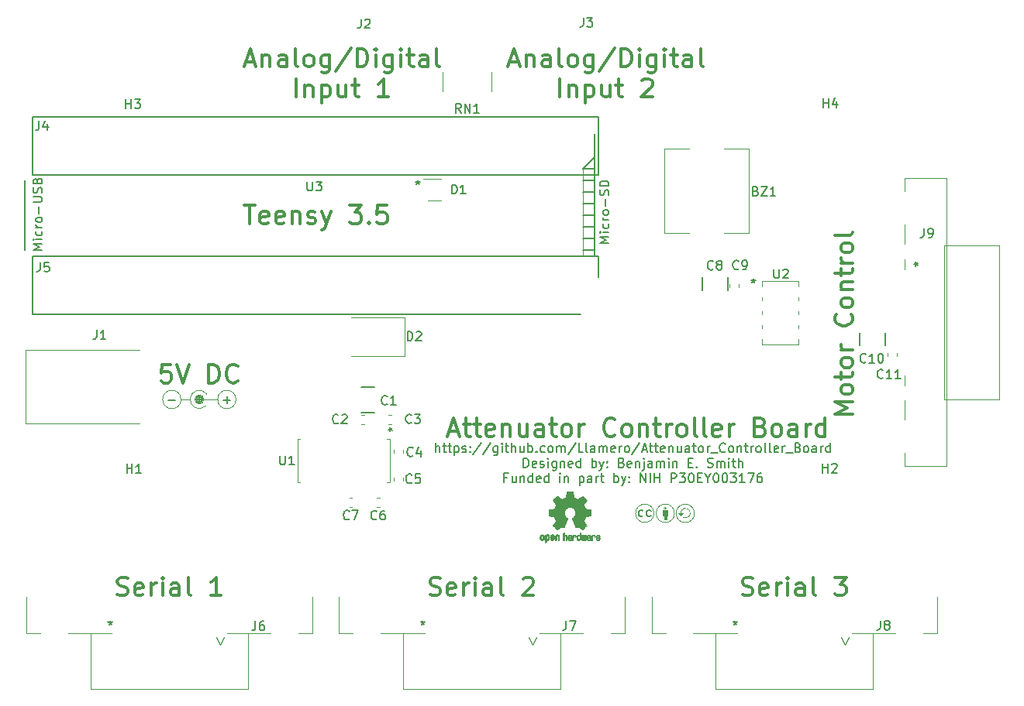
<source format=gto>
G04 #@! TF.GenerationSoftware,KiCad,Pcbnew,(5.1.6)-1*
G04 #@! TF.CreationDate,2022-01-17T17:33:41-08:00*
G04 #@! TF.ProjectId,Attenuator Controller Board,41747465-6e75-4617-946f-7220436f6e74,rev?*
G04 #@! TF.SameCoordinates,Original*
G04 #@! TF.FileFunction,Legend,Top*
G04 #@! TF.FilePolarity,Positive*
%FSLAX46Y46*%
G04 Gerber Fmt 4.6, Leading zero omitted, Abs format (unit mm)*
G04 Created by KiCad (PCBNEW (5.1.6)-1) date 2022-01-17 17:33:41*
%MOMM*%
%LPD*%
G01*
G04 APERTURE LIST*
%ADD10C,0.300000*%
%ADD11C,0.150000*%
%ADD12C,0.120000*%
%ADD13C,0.200000*%
%ADD14C,0.127000*%
%ADD15C,0.010000*%
%ADD16C,0.100000*%
G04 APERTURE END LIST*
D10*
X124045238Y-92774761D02*
X125188095Y-92774761D01*
X124616666Y-94774761D02*
X124616666Y-92774761D01*
X126616666Y-94679523D02*
X126426190Y-94774761D01*
X126045238Y-94774761D01*
X125854761Y-94679523D01*
X125759523Y-94489047D01*
X125759523Y-93727142D01*
X125854761Y-93536666D01*
X126045238Y-93441428D01*
X126426190Y-93441428D01*
X126616666Y-93536666D01*
X126711904Y-93727142D01*
X126711904Y-93917619D01*
X125759523Y-94108095D01*
X128330952Y-94679523D02*
X128140476Y-94774761D01*
X127759523Y-94774761D01*
X127569047Y-94679523D01*
X127473809Y-94489047D01*
X127473809Y-93727142D01*
X127569047Y-93536666D01*
X127759523Y-93441428D01*
X128140476Y-93441428D01*
X128330952Y-93536666D01*
X128426190Y-93727142D01*
X128426190Y-93917619D01*
X127473809Y-94108095D01*
X129283333Y-93441428D02*
X129283333Y-94774761D01*
X129283333Y-93631904D02*
X129378571Y-93536666D01*
X129569047Y-93441428D01*
X129854761Y-93441428D01*
X130045238Y-93536666D01*
X130140476Y-93727142D01*
X130140476Y-94774761D01*
X130997619Y-94679523D02*
X131188095Y-94774761D01*
X131569047Y-94774761D01*
X131759523Y-94679523D01*
X131854761Y-94489047D01*
X131854761Y-94393809D01*
X131759523Y-94203333D01*
X131569047Y-94108095D01*
X131283333Y-94108095D01*
X131092857Y-94012857D01*
X130997619Y-93822380D01*
X130997619Y-93727142D01*
X131092857Y-93536666D01*
X131283333Y-93441428D01*
X131569047Y-93441428D01*
X131759523Y-93536666D01*
X132521428Y-93441428D02*
X132997619Y-94774761D01*
X133473809Y-93441428D02*
X132997619Y-94774761D01*
X132807142Y-95250952D01*
X132711904Y-95346190D01*
X132521428Y-95441428D01*
X135569047Y-92774761D02*
X136807142Y-92774761D01*
X136140476Y-93536666D01*
X136426190Y-93536666D01*
X136616666Y-93631904D01*
X136711904Y-93727142D01*
X136807142Y-93917619D01*
X136807142Y-94393809D01*
X136711904Y-94584285D01*
X136616666Y-94679523D01*
X136426190Y-94774761D01*
X135854761Y-94774761D01*
X135664285Y-94679523D01*
X135569047Y-94584285D01*
X137664285Y-94584285D02*
X137759523Y-94679523D01*
X137664285Y-94774761D01*
X137569047Y-94679523D01*
X137664285Y-94584285D01*
X137664285Y-94774761D01*
X139569047Y-92774761D02*
X138616666Y-92774761D01*
X138521428Y-93727142D01*
X138616666Y-93631904D01*
X138807142Y-93536666D01*
X139283333Y-93536666D01*
X139473809Y-93631904D01*
X139569047Y-93727142D01*
X139664285Y-93917619D01*
X139664285Y-94393809D01*
X139569047Y-94584285D01*
X139473809Y-94679523D01*
X139283333Y-94774761D01*
X138807142Y-94774761D01*
X138616666Y-94679523D01*
X138521428Y-94584285D01*
X146438571Y-117473333D02*
X147390952Y-117473333D01*
X146248095Y-118044761D02*
X146914761Y-116044761D01*
X147581428Y-118044761D01*
X147962380Y-116711428D02*
X148724285Y-116711428D01*
X148248095Y-116044761D02*
X148248095Y-117759047D01*
X148343333Y-117949523D01*
X148533809Y-118044761D01*
X148724285Y-118044761D01*
X149105238Y-116711428D02*
X149867142Y-116711428D01*
X149390952Y-116044761D02*
X149390952Y-117759047D01*
X149486190Y-117949523D01*
X149676666Y-118044761D01*
X149867142Y-118044761D01*
X151295714Y-117949523D02*
X151105238Y-118044761D01*
X150724285Y-118044761D01*
X150533809Y-117949523D01*
X150438571Y-117759047D01*
X150438571Y-116997142D01*
X150533809Y-116806666D01*
X150724285Y-116711428D01*
X151105238Y-116711428D01*
X151295714Y-116806666D01*
X151390952Y-116997142D01*
X151390952Y-117187619D01*
X150438571Y-117378095D01*
X152248095Y-116711428D02*
X152248095Y-118044761D01*
X152248095Y-116901904D02*
X152343333Y-116806666D01*
X152533809Y-116711428D01*
X152819523Y-116711428D01*
X153010000Y-116806666D01*
X153105238Y-116997142D01*
X153105238Y-118044761D01*
X154914761Y-116711428D02*
X154914761Y-118044761D01*
X154057619Y-116711428D02*
X154057619Y-117759047D01*
X154152857Y-117949523D01*
X154343333Y-118044761D01*
X154629047Y-118044761D01*
X154819523Y-117949523D01*
X154914761Y-117854285D01*
X156724285Y-118044761D02*
X156724285Y-116997142D01*
X156629047Y-116806666D01*
X156438571Y-116711428D01*
X156057619Y-116711428D01*
X155867142Y-116806666D01*
X156724285Y-117949523D02*
X156533809Y-118044761D01*
X156057619Y-118044761D01*
X155867142Y-117949523D01*
X155771904Y-117759047D01*
X155771904Y-117568571D01*
X155867142Y-117378095D01*
X156057619Y-117282857D01*
X156533809Y-117282857D01*
X156724285Y-117187619D01*
X157390952Y-116711428D02*
X158152857Y-116711428D01*
X157676666Y-116044761D02*
X157676666Y-117759047D01*
X157771904Y-117949523D01*
X157962380Y-118044761D01*
X158152857Y-118044761D01*
X159105238Y-118044761D02*
X158914761Y-117949523D01*
X158819523Y-117854285D01*
X158724285Y-117663809D01*
X158724285Y-117092380D01*
X158819523Y-116901904D01*
X158914761Y-116806666D01*
X159105238Y-116711428D01*
X159390952Y-116711428D01*
X159581428Y-116806666D01*
X159676666Y-116901904D01*
X159771904Y-117092380D01*
X159771904Y-117663809D01*
X159676666Y-117854285D01*
X159581428Y-117949523D01*
X159390952Y-118044761D01*
X159105238Y-118044761D01*
X160629047Y-118044761D02*
X160629047Y-116711428D01*
X160629047Y-117092380D02*
X160724285Y-116901904D01*
X160819523Y-116806666D01*
X161010000Y-116711428D01*
X161200476Y-116711428D01*
X164533809Y-117854285D02*
X164438571Y-117949523D01*
X164152857Y-118044761D01*
X163962380Y-118044761D01*
X163676666Y-117949523D01*
X163486190Y-117759047D01*
X163390952Y-117568571D01*
X163295714Y-117187619D01*
X163295714Y-116901904D01*
X163390952Y-116520952D01*
X163486190Y-116330476D01*
X163676666Y-116140000D01*
X163962380Y-116044761D01*
X164152857Y-116044761D01*
X164438571Y-116140000D01*
X164533809Y-116235238D01*
X165676666Y-118044761D02*
X165486190Y-117949523D01*
X165390952Y-117854285D01*
X165295714Y-117663809D01*
X165295714Y-117092380D01*
X165390952Y-116901904D01*
X165486190Y-116806666D01*
X165676666Y-116711428D01*
X165962380Y-116711428D01*
X166152857Y-116806666D01*
X166248095Y-116901904D01*
X166343333Y-117092380D01*
X166343333Y-117663809D01*
X166248095Y-117854285D01*
X166152857Y-117949523D01*
X165962380Y-118044761D01*
X165676666Y-118044761D01*
X167200476Y-116711428D02*
X167200476Y-118044761D01*
X167200476Y-116901904D02*
X167295714Y-116806666D01*
X167486190Y-116711428D01*
X167771904Y-116711428D01*
X167962380Y-116806666D01*
X168057619Y-116997142D01*
X168057619Y-118044761D01*
X168724285Y-116711428D02*
X169486190Y-116711428D01*
X169010000Y-116044761D02*
X169010000Y-117759047D01*
X169105238Y-117949523D01*
X169295714Y-118044761D01*
X169486190Y-118044761D01*
X170152857Y-118044761D02*
X170152857Y-116711428D01*
X170152857Y-117092380D02*
X170248095Y-116901904D01*
X170343333Y-116806666D01*
X170533809Y-116711428D01*
X170724285Y-116711428D01*
X171676666Y-118044761D02*
X171486190Y-117949523D01*
X171390952Y-117854285D01*
X171295714Y-117663809D01*
X171295714Y-117092380D01*
X171390952Y-116901904D01*
X171486190Y-116806666D01*
X171676666Y-116711428D01*
X171962380Y-116711428D01*
X172152857Y-116806666D01*
X172248095Y-116901904D01*
X172343333Y-117092380D01*
X172343333Y-117663809D01*
X172248095Y-117854285D01*
X172152857Y-117949523D01*
X171962380Y-118044761D01*
X171676666Y-118044761D01*
X173486190Y-118044761D02*
X173295714Y-117949523D01*
X173200476Y-117759047D01*
X173200476Y-116044761D01*
X174533809Y-118044761D02*
X174343333Y-117949523D01*
X174248095Y-117759047D01*
X174248095Y-116044761D01*
X176057619Y-117949523D02*
X175867142Y-118044761D01*
X175486190Y-118044761D01*
X175295714Y-117949523D01*
X175200476Y-117759047D01*
X175200476Y-116997142D01*
X175295714Y-116806666D01*
X175486190Y-116711428D01*
X175867142Y-116711428D01*
X176057619Y-116806666D01*
X176152857Y-116997142D01*
X176152857Y-117187619D01*
X175200476Y-117378095D01*
X177010000Y-118044761D02*
X177010000Y-116711428D01*
X177010000Y-117092380D02*
X177105238Y-116901904D01*
X177200476Y-116806666D01*
X177390952Y-116711428D01*
X177581428Y-116711428D01*
X180438571Y-116997142D02*
X180724285Y-117092380D01*
X180819523Y-117187619D01*
X180914761Y-117378095D01*
X180914761Y-117663809D01*
X180819523Y-117854285D01*
X180724285Y-117949523D01*
X180533809Y-118044761D01*
X179771904Y-118044761D01*
X179771904Y-116044761D01*
X180438571Y-116044761D01*
X180629047Y-116140000D01*
X180724285Y-116235238D01*
X180819523Y-116425714D01*
X180819523Y-116616190D01*
X180724285Y-116806666D01*
X180629047Y-116901904D01*
X180438571Y-116997142D01*
X179771904Y-116997142D01*
X182057619Y-118044761D02*
X181867142Y-117949523D01*
X181771904Y-117854285D01*
X181676666Y-117663809D01*
X181676666Y-117092380D01*
X181771904Y-116901904D01*
X181867142Y-116806666D01*
X182057619Y-116711428D01*
X182343333Y-116711428D01*
X182533809Y-116806666D01*
X182629047Y-116901904D01*
X182724285Y-117092380D01*
X182724285Y-117663809D01*
X182629047Y-117854285D01*
X182533809Y-117949523D01*
X182343333Y-118044761D01*
X182057619Y-118044761D01*
X184438571Y-118044761D02*
X184438571Y-116997142D01*
X184343333Y-116806666D01*
X184152857Y-116711428D01*
X183771904Y-116711428D01*
X183581428Y-116806666D01*
X184438571Y-117949523D02*
X184248095Y-118044761D01*
X183771904Y-118044761D01*
X183581428Y-117949523D01*
X183486190Y-117759047D01*
X183486190Y-117568571D01*
X183581428Y-117378095D01*
X183771904Y-117282857D01*
X184248095Y-117282857D01*
X184438571Y-117187619D01*
X185390952Y-118044761D02*
X185390952Y-116711428D01*
X185390952Y-117092380D02*
X185486190Y-116901904D01*
X185581428Y-116806666D01*
X185771904Y-116711428D01*
X185962380Y-116711428D01*
X187486190Y-118044761D02*
X187486190Y-116044761D01*
X187486190Y-117949523D02*
X187295714Y-118044761D01*
X186914761Y-118044761D01*
X186724285Y-117949523D01*
X186629047Y-117854285D01*
X186533809Y-117663809D01*
X186533809Y-117092380D01*
X186629047Y-116901904D01*
X186724285Y-116806666D01*
X186914761Y-116711428D01*
X187295714Y-116711428D01*
X187486190Y-116806666D01*
X190514761Y-115627142D02*
X188514761Y-115627142D01*
X189943333Y-114960476D01*
X188514761Y-114293809D01*
X190514761Y-114293809D01*
X190514761Y-113055714D02*
X190419523Y-113246190D01*
X190324285Y-113341428D01*
X190133809Y-113436666D01*
X189562380Y-113436666D01*
X189371904Y-113341428D01*
X189276666Y-113246190D01*
X189181428Y-113055714D01*
X189181428Y-112770000D01*
X189276666Y-112579523D01*
X189371904Y-112484285D01*
X189562380Y-112389047D01*
X190133809Y-112389047D01*
X190324285Y-112484285D01*
X190419523Y-112579523D01*
X190514761Y-112770000D01*
X190514761Y-113055714D01*
X189181428Y-111817619D02*
X189181428Y-111055714D01*
X188514761Y-111531904D02*
X190229047Y-111531904D01*
X190419523Y-111436666D01*
X190514761Y-111246190D01*
X190514761Y-111055714D01*
X190514761Y-110103333D02*
X190419523Y-110293809D01*
X190324285Y-110389047D01*
X190133809Y-110484285D01*
X189562380Y-110484285D01*
X189371904Y-110389047D01*
X189276666Y-110293809D01*
X189181428Y-110103333D01*
X189181428Y-109817619D01*
X189276666Y-109627142D01*
X189371904Y-109531904D01*
X189562380Y-109436666D01*
X190133809Y-109436666D01*
X190324285Y-109531904D01*
X190419523Y-109627142D01*
X190514761Y-109817619D01*
X190514761Y-110103333D01*
X190514761Y-108579523D02*
X189181428Y-108579523D01*
X189562380Y-108579523D02*
X189371904Y-108484285D01*
X189276666Y-108389047D01*
X189181428Y-108198571D01*
X189181428Y-108008095D01*
X190324285Y-104674761D02*
X190419523Y-104770000D01*
X190514761Y-105055714D01*
X190514761Y-105246190D01*
X190419523Y-105531904D01*
X190229047Y-105722380D01*
X190038571Y-105817619D01*
X189657619Y-105912857D01*
X189371904Y-105912857D01*
X188990952Y-105817619D01*
X188800476Y-105722380D01*
X188610000Y-105531904D01*
X188514761Y-105246190D01*
X188514761Y-105055714D01*
X188610000Y-104770000D01*
X188705238Y-104674761D01*
X190514761Y-103531904D02*
X190419523Y-103722380D01*
X190324285Y-103817619D01*
X190133809Y-103912857D01*
X189562380Y-103912857D01*
X189371904Y-103817619D01*
X189276666Y-103722380D01*
X189181428Y-103531904D01*
X189181428Y-103246190D01*
X189276666Y-103055714D01*
X189371904Y-102960476D01*
X189562380Y-102865238D01*
X190133809Y-102865238D01*
X190324285Y-102960476D01*
X190419523Y-103055714D01*
X190514761Y-103246190D01*
X190514761Y-103531904D01*
X189181428Y-102008095D02*
X190514761Y-102008095D01*
X189371904Y-102008095D02*
X189276666Y-101912857D01*
X189181428Y-101722380D01*
X189181428Y-101436666D01*
X189276666Y-101246190D01*
X189467142Y-101150952D01*
X190514761Y-101150952D01*
X189181428Y-100484285D02*
X189181428Y-99722380D01*
X188514761Y-100198571D02*
X190229047Y-100198571D01*
X190419523Y-100103333D01*
X190514761Y-99912857D01*
X190514761Y-99722380D01*
X190514761Y-99055714D02*
X189181428Y-99055714D01*
X189562380Y-99055714D02*
X189371904Y-98960476D01*
X189276666Y-98865238D01*
X189181428Y-98674761D01*
X189181428Y-98484285D01*
X190514761Y-97531904D02*
X190419523Y-97722380D01*
X190324285Y-97817619D01*
X190133809Y-97912857D01*
X189562380Y-97912857D01*
X189371904Y-97817619D01*
X189276666Y-97722380D01*
X189181428Y-97531904D01*
X189181428Y-97246190D01*
X189276666Y-97055714D01*
X189371904Y-96960476D01*
X189562380Y-96865238D01*
X190133809Y-96865238D01*
X190324285Y-96960476D01*
X190419523Y-97055714D01*
X190514761Y-97246190D01*
X190514761Y-97531904D01*
X190514761Y-95722380D02*
X190419523Y-95912857D01*
X190229047Y-96008095D01*
X188514761Y-96008095D01*
X153006190Y-77053333D02*
X153958571Y-77053333D01*
X152815714Y-77624761D02*
X153482380Y-75624761D01*
X154149047Y-77624761D01*
X154815714Y-76291428D02*
X154815714Y-77624761D01*
X154815714Y-76481904D02*
X154910952Y-76386666D01*
X155101428Y-76291428D01*
X155387142Y-76291428D01*
X155577619Y-76386666D01*
X155672857Y-76577142D01*
X155672857Y-77624761D01*
X157482380Y-77624761D02*
X157482380Y-76577142D01*
X157387142Y-76386666D01*
X157196666Y-76291428D01*
X156815714Y-76291428D01*
X156625238Y-76386666D01*
X157482380Y-77529523D02*
X157291904Y-77624761D01*
X156815714Y-77624761D01*
X156625238Y-77529523D01*
X156530000Y-77339047D01*
X156530000Y-77148571D01*
X156625238Y-76958095D01*
X156815714Y-76862857D01*
X157291904Y-76862857D01*
X157482380Y-76767619D01*
X158720476Y-77624761D02*
X158530000Y-77529523D01*
X158434761Y-77339047D01*
X158434761Y-75624761D01*
X159768095Y-77624761D02*
X159577619Y-77529523D01*
X159482380Y-77434285D01*
X159387142Y-77243809D01*
X159387142Y-76672380D01*
X159482380Y-76481904D01*
X159577619Y-76386666D01*
X159768095Y-76291428D01*
X160053809Y-76291428D01*
X160244285Y-76386666D01*
X160339523Y-76481904D01*
X160434761Y-76672380D01*
X160434761Y-77243809D01*
X160339523Y-77434285D01*
X160244285Y-77529523D01*
X160053809Y-77624761D01*
X159768095Y-77624761D01*
X162149047Y-76291428D02*
X162149047Y-77910476D01*
X162053809Y-78100952D01*
X161958571Y-78196190D01*
X161768095Y-78291428D01*
X161482380Y-78291428D01*
X161291904Y-78196190D01*
X162149047Y-77529523D02*
X161958571Y-77624761D01*
X161577619Y-77624761D01*
X161387142Y-77529523D01*
X161291904Y-77434285D01*
X161196666Y-77243809D01*
X161196666Y-76672380D01*
X161291904Y-76481904D01*
X161387142Y-76386666D01*
X161577619Y-76291428D01*
X161958571Y-76291428D01*
X162149047Y-76386666D01*
X164530000Y-75529523D02*
X162815714Y-78100952D01*
X165196666Y-77624761D02*
X165196666Y-75624761D01*
X165672857Y-75624761D01*
X165958571Y-75720000D01*
X166149047Y-75910476D01*
X166244285Y-76100952D01*
X166339523Y-76481904D01*
X166339523Y-76767619D01*
X166244285Y-77148571D01*
X166149047Y-77339047D01*
X165958571Y-77529523D01*
X165672857Y-77624761D01*
X165196666Y-77624761D01*
X167196666Y-77624761D02*
X167196666Y-76291428D01*
X167196666Y-75624761D02*
X167101428Y-75720000D01*
X167196666Y-75815238D01*
X167291904Y-75720000D01*
X167196666Y-75624761D01*
X167196666Y-75815238D01*
X169006190Y-76291428D02*
X169006190Y-77910476D01*
X168910952Y-78100952D01*
X168815714Y-78196190D01*
X168625238Y-78291428D01*
X168339523Y-78291428D01*
X168149047Y-78196190D01*
X169006190Y-77529523D02*
X168815714Y-77624761D01*
X168434761Y-77624761D01*
X168244285Y-77529523D01*
X168149047Y-77434285D01*
X168053809Y-77243809D01*
X168053809Y-76672380D01*
X168149047Y-76481904D01*
X168244285Y-76386666D01*
X168434761Y-76291428D01*
X168815714Y-76291428D01*
X169006190Y-76386666D01*
X169958571Y-77624761D02*
X169958571Y-76291428D01*
X169958571Y-75624761D02*
X169863333Y-75720000D01*
X169958571Y-75815238D01*
X170053809Y-75720000D01*
X169958571Y-75624761D01*
X169958571Y-75815238D01*
X170625238Y-76291428D02*
X171387142Y-76291428D01*
X170910952Y-75624761D02*
X170910952Y-77339047D01*
X171006190Y-77529523D01*
X171196666Y-77624761D01*
X171387142Y-77624761D01*
X172910952Y-77624761D02*
X172910952Y-76577142D01*
X172815714Y-76386666D01*
X172625238Y-76291428D01*
X172244285Y-76291428D01*
X172053809Y-76386666D01*
X172910952Y-77529523D02*
X172720476Y-77624761D01*
X172244285Y-77624761D01*
X172053809Y-77529523D01*
X171958571Y-77339047D01*
X171958571Y-77148571D01*
X172053809Y-76958095D01*
X172244285Y-76862857D01*
X172720476Y-76862857D01*
X172910952Y-76767619D01*
X174149047Y-77624761D02*
X173958571Y-77529523D01*
X173863333Y-77339047D01*
X173863333Y-75624761D01*
X158530000Y-80924761D02*
X158530000Y-78924761D01*
X159482380Y-79591428D02*
X159482380Y-80924761D01*
X159482380Y-79781904D02*
X159577619Y-79686666D01*
X159768095Y-79591428D01*
X160053809Y-79591428D01*
X160244285Y-79686666D01*
X160339523Y-79877142D01*
X160339523Y-80924761D01*
X161291904Y-79591428D02*
X161291904Y-81591428D01*
X161291904Y-79686666D02*
X161482380Y-79591428D01*
X161863333Y-79591428D01*
X162053809Y-79686666D01*
X162149047Y-79781904D01*
X162244285Y-79972380D01*
X162244285Y-80543809D01*
X162149047Y-80734285D01*
X162053809Y-80829523D01*
X161863333Y-80924761D01*
X161482380Y-80924761D01*
X161291904Y-80829523D01*
X163958571Y-79591428D02*
X163958571Y-80924761D01*
X163101428Y-79591428D02*
X163101428Y-80639047D01*
X163196666Y-80829523D01*
X163387142Y-80924761D01*
X163672857Y-80924761D01*
X163863333Y-80829523D01*
X163958571Y-80734285D01*
X164625238Y-79591428D02*
X165387142Y-79591428D01*
X164910952Y-78924761D02*
X164910952Y-80639047D01*
X165006190Y-80829523D01*
X165196666Y-80924761D01*
X165387142Y-80924761D01*
X167482380Y-79115238D02*
X167577619Y-79020000D01*
X167768095Y-78924761D01*
X168244285Y-78924761D01*
X168434761Y-79020000D01*
X168530000Y-79115238D01*
X168625238Y-79305714D01*
X168625238Y-79496190D01*
X168530000Y-79781904D01*
X167387142Y-80924761D01*
X168625238Y-80924761D01*
X124196190Y-77053333D02*
X125148571Y-77053333D01*
X124005714Y-77624761D02*
X124672380Y-75624761D01*
X125339047Y-77624761D01*
X126005714Y-76291428D02*
X126005714Y-77624761D01*
X126005714Y-76481904D02*
X126100952Y-76386666D01*
X126291428Y-76291428D01*
X126577142Y-76291428D01*
X126767619Y-76386666D01*
X126862857Y-76577142D01*
X126862857Y-77624761D01*
X128672380Y-77624761D02*
X128672380Y-76577142D01*
X128577142Y-76386666D01*
X128386666Y-76291428D01*
X128005714Y-76291428D01*
X127815238Y-76386666D01*
X128672380Y-77529523D02*
X128481904Y-77624761D01*
X128005714Y-77624761D01*
X127815238Y-77529523D01*
X127720000Y-77339047D01*
X127720000Y-77148571D01*
X127815238Y-76958095D01*
X128005714Y-76862857D01*
X128481904Y-76862857D01*
X128672380Y-76767619D01*
X129910476Y-77624761D02*
X129720000Y-77529523D01*
X129624761Y-77339047D01*
X129624761Y-75624761D01*
X130958095Y-77624761D02*
X130767619Y-77529523D01*
X130672380Y-77434285D01*
X130577142Y-77243809D01*
X130577142Y-76672380D01*
X130672380Y-76481904D01*
X130767619Y-76386666D01*
X130958095Y-76291428D01*
X131243809Y-76291428D01*
X131434285Y-76386666D01*
X131529523Y-76481904D01*
X131624761Y-76672380D01*
X131624761Y-77243809D01*
X131529523Y-77434285D01*
X131434285Y-77529523D01*
X131243809Y-77624761D01*
X130958095Y-77624761D01*
X133339047Y-76291428D02*
X133339047Y-77910476D01*
X133243809Y-78100952D01*
X133148571Y-78196190D01*
X132958095Y-78291428D01*
X132672380Y-78291428D01*
X132481904Y-78196190D01*
X133339047Y-77529523D02*
X133148571Y-77624761D01*
X132767619Y-77624761D01*
X132577142Y-77529523D01*
X132481904Y-77434285D01*
X132386666Y-77243809D01*
X132386666Y-76672380D01*
X132481904Y-76481904D01*
X132577142Y-76386666D01*
X132767619Y-76291428D01*
X133148571Y-76291428D01*
X133339047Y-76386666D01*
X135720000Y-75529523D02*
X134005714Y-78100952D01*
X136386666Y-77624761D02*
X136386666Y-75624761D01*
X136862857Y-75624761D01*
X137148571Y-75720000D01*
X137339047Y-75910476D01*
X137434285Y-76100952D01*
X137529523Y-76481904D01*
X137529523Y-76767619D01*
X137434285Y-77148571D01*
X137339047Y-77339047D01*
X137148571Y-77529523D01*
X136862857Y-77624761D01*
X136386666Y-77624761D01*
X138386666Y-77624761D02*
X138386666Y-76291428D01*
X138386666Y-75624761D02*
X138291428Y-75720000D01*
X138386666Y-75815238D01*
X138481904Y-75720000D01*
X138386666Y-75624761D01*
X138386666Y-75815238D01*
X140196190Y-76291428D02*
X140196190Y-77910476D01*
X140100952Y-78100952D01*
X140005714Y-78196190D01*
X139815238Y-78291428D01*
X139529523Y-78291428D01*
X139339047Y-78196190D01*
X140196190Y-77529523D02*
X140005714Y-77624761D01*
X139624761Y-77624761D01*
X139434285Y-77529523D01*
X139339047Y-77434285D01*
X139243809Y-77243809D01*
X139243809Y-76672380D01*
X139339047Y-76481904D01*
X139434285Y-76386666D01*
X139624761Y-76291428D01*
X140005714Y-76291428D01*
X140196190Y-76386666D01*
X141148571Y-77624761D02*
X141148571Y-76291428D01*
X141148571Y-75624761D02*
X141053333Y-75720000D01*
X141148571Y-75815238D01*
X141243809Y-75720000D01*
X141148571Y-75624761D01*
X141148571Y-75815238D01*
X141815238Y-76291428D02*
X142577142Y-76291428D01*
X142100952Y-75624761D02*
X142100952Y-77339047D01*
X142196190Y-77529523D01*
X142386666Y-77624761D01*
X142577142Y-77624761D01*
X144100952Y-77624761D02*
X144100952Y-76577142D01*
X144005714Y-76386666D01*
X143815238Y-76291428D01*
X143434285Y-76291428D01*
X143243809Y-76386666D01*
X144100952Y-77529523D02*
X143910476Y-77624761D01*
X143434285Y-77624761D01*
X143243809Y-77529523D01*
X143148571Y-77339047D01*
X143148571Y-77148571D01*
X143243809Y-76958095D01*
X143434285Y-76862857D01*
X143910476Y-76862857D01*
X144100952Y-76767619D01*
X145339047Y-77624761D02*
X145148571Y-77529523D01*
X145053333Y-77339047D01*
X145053333Y-75624761D01*
X129720000Y-80924761D02*
X129720000Y-78924761D01*
X130672380Y-79591428D02*
X130672380Y-80924761D01*
X130672380Y-79781904D02*
X130767619Y-79686666D01*
X130958095Y-79591428D01*
X131243809Y-79591428D01*
X131434285Y-79686666D01*
X131529523Y-79877142D01*
X131529523Y-80924761D01*
X132481904Y-79591428D02*
X132481904Y-81591428D01*
X132481904Y-79686666D02*
X132672380Y-79591428D01*
X133053333Y-79591428D01*
X133243809Y-79686666D01*
X133339047Y-79781904D01*
X133434285Y-79972380D01*
X133434285Y-80543809D01*
X133339047Y-80734285D01*
X133243809Y-80829523D01*
X133053333Y-80924761D01*
X132672380Y-80924761D01*
X132481904Y-80829523D01*
X135148571Y-79591428D02*
X135148571Y-80924761D01*
X134291428Y-79591428D02*
X134291428Y-80639047D01*
X134386666Y-80829523D01*
X134577142Y-80924761D01*
X134862857Y-80924761D01*
X135053333Y-80829523D01*
X135148571Y-80734285D01*
X135815238Y-79591428D02*
X136577142Y-79591428D01*
X136100952Y-78924761D02*
X136100952Y-80639047D01*
X136196190Y-80829523D01*
X136386666Y-80924761D01*
X136577142Y-80924761D01*
X139815238Y-80924761D02*
X138672380Y-80924761D01*
X139243809Y-80924761D02*
X139243809Y-78924761D01*
X139053333Y-79210476D01*
X138862857Y-79400952D01*
X138672380Y-79496190D01*
X178443333Y-135339523D02*
X178729047Y-135434761D01*
X179205238Y-135434761D01*
X179395714Y-135339523D01*
X179490952Y-135244285D01*
X179586190Y-135053809D01*
X179586190Y-134863333D01*
X179490952Y-134672857D01*
X179395714Y-134577619D01*
X179205238Y-134482380D01*
X178824285Y-134387142D01*
X178633809Y-134291904D01*
X178538571Y-134196666D01*
X178443333Y-134006190D01*
X178443333Y-133815714D01*
X178538571Y-133625238D01*
X178633809Y-133530000D01*
X178824285Y-133434761D01*
X179300476Y-133434761D01*
X179586190Y-133530000D01*
X181205238Y-135339523D02*
X181014761Y-135434761D01*
X180633809Y-135434761D01*
X180443333Y-135339523D01*
X180348095Y-135149047D01*
X180348095Y-134387142D01*
X180443333Y-134196666D01*
X180633809Y-134101428D01*
X181014761Y-134101428D01*
X181205238Y-134196666D01*
X181300476Y-134387142D01*
X181300476Y-134577619D01*
X180348095Y-134768095D01*
X182157619Y-135434761D02*
X182157619Y-134101428D01*
X182157619Y-134482380D02*
X182252857Y-134291904D01*
X182348095Y-134196666D01*
X182538571Y-134101428D01*
X182729047Y-134101428D01*
X183395714Y-135434761D02*
X183395714Y-134101428D01*
X183395714Y-133434761D02*
X183300476Y-133530000D01*
X183395714Y-133625238D01*
X183490952Y-133530000D01*
X183395714Y-133434761D01*
X183395714Y-133625238D01*
X185205238Y-135434761D02*
X185205238Y-134387142D01*
X185110000Y-134196666D01*
X184919523Y-134101428D01*
X184538571Y-134101428D01*
X184348095Y-134196666D01*
X185205238Y-135339523D02*
X185014761Y-135434761D01*
X184538571Y-135434761D01*
X184348095Y-135339523D01*
X184252857Y-135149047D01*
X184252857Y-134958571D01*
X184348095Y-134768095D01*
X184538571Y-134672857D01*
X185014761Y-134672857D01*
X185205238Y-134577619D01*
X186443333Y-135434761D02*
X186252857Y-135339523D01*
X186157619Y-135149047D01*
X186157619Y-133434761D01*
X188538571Y-133434761D02*
X189776666Y-133434761D01*
X189110000Y-134196666D01*
X189395714Y-134196666D01*
X189586190Y-134291904D01*
X189681428Y-134387142D01*
X189776666Y-134577619D01*
X189776666Y-135053809D01*
X189681428Y-135244285D01*
X189586190Y-135339523D01*
X189395714Y-135434761D01*
X188824285Y-135434761D01*
X188633809Y-135339523D01*
X188538571Y-135244285D01*
X144313333Y-135339523D02*
X144599047Y-135434761D01*
X145075238Y-135434761D01*
X145265714Y-135339523D01*
X145360952Y-135244285D01*
X145456190Y-135053809D01*
X145456190Y-134863333D01*
X145360952Y-134672857D01*
X145265714Y-134577619D01*
X145075238Y-134482380D01*
X144694285Y-134387142D01*
X144503809Y-134291904D01*
X144408571Y-134196666D01*
X144313333Y-134006190D01*
X144313333Y-133815714D01*
X144408571Y-133625238D01*
X144503809Y-133530000D01*
X144694285Y-133434761D01*
X145170476Y-133434761D01*
X145456190Y-133530000D01*
X147075238Y-135339523D02*
X146884761Y-135434761D01*
X146503809Y-135434761D01*
X146313333Y-135339523D01*
X146218095Y-135149047D01*
X146218095Y-134387142D01*
X146313333Y-134196666D01*
X146503809Y-134101428D01*
X146884761Y-134101428D01*
X147075238Y-134196666D01*
X147170476Y-134387142D01*
X147170476Y-134577619D01*
X146218095Y-134768095D01*
X148027619Y-135434761D02*
X148027619Y-134101428D01*
X148027619Y-134482380D02*
X148122857Y-134291904D01*
X148218095Y-134196666D01*
X148408571Y-134101428D01*
X148599047Y-134101428D01*
X149265714Y-135434761D02*
X149265714Y-134101428D01*
X149265714Y-133434761D02*
X149170476Y-133530000D01*
X149265714Y-133625238D01*
X149360952Y-133530000D01*
X149265714Y-133434761D01*
X149265714Y-133625238D01*
X151075238Y-135434761D02*
X151075238Y-134387142D01*
X150980000Y-134196666D01*
X150789523Y-134101428D01*
X150408571Y-134101428D01*
X150218095Y-134196666D01*
X151075238Y-135339523D02*
X150884761Y-135434761D01*
X150408571Y-135434761D01*
X150218095Y-135339523D01*
X150122857Y-135149047D01*
X150122857Y-134958571D01*
X150218095Y-134768095D01*
X150408571Y-134672857D01*
X150884761Y-134672857D01*
X151075238Y-134577619D01*
X152313333Y-135434761D02*
X152122857Y-135339523D01*
X152027619Y-135149047D01*
X152027619Y-133434761D01*
X154503809Y-133625238D02*
X154599047Y-133530000D01*
X154789523Y-133434761D01*
X155265714Y-133434761D01*
X155456190Y-133530000D01*
X155551428Y-133625238D01*
X155646666Y-133815714D01*
X155646666Y-134006190D01*
X155551428Y-134291904D01*
X154408571Y-135434761D01*
X155646666Y-135434761D01*
X110183333Y-135339523D02*
X110469047Y-135434761D01*
X110945238Y-135434761D01*
X111135714Y-135339523D01*
X111230952Y-135244285D01*
X111326190Y-135053809D01*
X111326190Y-134863333D01*
X111230952Y-134672857D01*
X111135714Y-134577619D01*
X110945238Y-134482380D01*
X110564285Y-134387142D01*
X110373809Y-134291904D01*
X110278571Y-134196666D01*
X110183333Y-134006190D01*
X110183333Y-133815714D01*
X110278571Y-133625238D01*
X110373809Y-133530000D01*
X110564285Y-133434761D01*
X111040476Y-133434761D01*
X111326190Y-133530000D01*
X112945238Y-135339523D02*
X112754761Y-135434761D01*
X112373809Y-135434761D01*
X112183333Y-135339523D01*
X112088095Y-135149047D01*
X112088095Y-134387142D01*
X112183333Y-134196666D01*
X112373809Y-134101428D01*
X112754761Y-134101428D01*
X112945238Y-134196666D01*
X113040476Y-134387142D01*
X113040476Y-134577619D01*
X112088095Y-134768095D01*
X113897619Y-135434761D02*
X113897619Y-134101428D01*
X113897619Y-134482380D02*
X113992857Y-134291904D01*
X114088095Y-134196666D01*
X114278571Y-134101428D01*
X114469047Y-134101428D01*
X115135714Y-135434761D02*
X115135714Y-134101428D01*
X115135714Y-133434761D02*
X115040476Y-133530000D01*
X115135714Y-133625238D01*
X115230952Y-133530000D01*
X115135714Y-133434761D01*
X115135714Y-133625238D01*
X116945238Y-135434761D02*
X116945238Y-134387142D01*
X116850000Y-134196666D01*
X116659523Y-134101428D01*
X116278571Y-134101428D01*
X116088095Y-134196666D01*
X116945238Y-135339523D02*
X116754761Y-135434761D01*
X116278571Y-135434761D01*
X116088095Y-135339523D01*
X115992857Y-135149047D01*
X115992857Y-134958571D01*
X116088095Y-134768095D01*
X116278571Y-134672857D01*
X116754761Y-134672857D01*
X116945238Y-134577619D01*
X118183333Y-135434761D02*
X117992857Y-135339523D01*
X117897619Y-135149047D01*
X117897619Y-133434761D01*
X121516666Y-135434761D02*
X120373809Y-135434761D01*
X120945238Y-135434761D02*
X120945238Y-133434761D01*
X120754761Y-133720476D01*
X120564285Y-133910952D01*
X120373809Y-134006190D01*
D11*
X144952380Y-119772380D02*
X144952380Y-118772380D01*
X145380952Y-119772380D02*
X145380952Y-119248571D01*
X145333333Y-119153333D01*
X145238095Y-119105714D01*
X145095238Y-119105714D01*
X145000000Y-119153333D01*
X144952380Y-119200952D01*
X145714285Y-119105714D02*
X146095238Y-119105714D01*
X145857142Y-118772380D02*
X145857142Y-119629523D01*
X145904761Y-119724761D01*
X146000000Y-119772380D01*
X146095238Y-119772380D01*
X146285714Y-119105714D02*
X146666666Y-119105714D01*
X146428571Y-118772380D02*
X146428571Y-119629523D01*
X146476190Y-119724761D01*
X146571428Y-119772380D01*
X146666666Y-119772380D01*
X147000000Y-119105714D02*
X147000000Y-120105714D01*
X147000000Y-119153333D02*
X147095238Y-119105714D01*
X147285714Y-119105714D01*
X147380952Y-119153333D01*
X147428571Y-119200952D01*
X147476190Y-119296190D01*
X147476190Y-119581904D01*
X147428571Y-119677142D01*
X147380952Y-119724761D01*
X147285714Y-119772380D01*
X147095238Y-119772380D01*
X147000000Y-119724761D01*
X147857142Y-119724761D02*
X147952380Y-119772380D01*
X148142857Y-119772380D01*
X148238095Y-119724761D01*
X148285714Y-119629523D01*
X148285714Y-119581904D01*
X148238095Y-119486666D01*
X148142857Y-119439047D01*
X148000000Y-119439047D01*
X147904761Y-119391428D01*
X147857142Y-119296190D01*
X147857142Y-119248571D01*
X147904761Y-119153333D01*
X148000000Y-119105714D01*
X148142857Y-119105714D01*
X148238095Y-119153333D01*
X148714285Y-119677142D02*
X148761904Y-119724761D01*
X148714285Y-119772380D01*
X148666666Y-119724761D01*
X148714285Y-119677142D01*
X148714285Y-119772380D01*
X148714285Y-119153333D02*
X148761904Y-119200952D01*
X148714285Y-119248571D01*
X148666666Y-119200952D01*
X148714285Y-119153333D01*
X148714285Y-119248571D01*
X149904761Y-118724761D02*
X149047619Y-120010476D01*
X150952380Y-118724761D02*
X150095238Y-120010476D01*
X151714285Y-119105714D02*
X151714285Y-119915238D01*
X151666666Y-120010476D01*
X151619047Y-120058095D01*
X151523809Y-120105714D01*
X151380952Y-120105714D01*
X151285714Y-120058095D01*
X151714285Y-119724761D02*
X151619047Y-119772380D01*
X151428571Y-119772380D01*
X151333333Y-119724761D01*
X151285714Y-119677142D01*
X151238095Y-119581904D01*
X151238095Y-119296190D01*
X151285714Y-119200952D01*
X151333333Y-119153333D01*
X151428571Y-119105714D01*
X151619047Y-119105714D01*
X151714285Y-119153333D01*
X152190476Y-119772380D02*
X152190476Y-119105714D01*
X152190476Y-118772380D02*
X152142857Y-118820000D01*
X152190476Y-118867619D01*
X152238095Y-118820000D01*
X152190476Y-118772380D01*
X152190476Y-118867619D01*
X152523809Y-119105714D02*
X152904761Y-119105714D01*
X152666666Y-118772380D02*
X152666666Y-119629523D01*
X152714285Y-119724761D01*
X152809523Y-119772380D01*
X152904761Y-119772380D01*
X153238095Y-119772380D02*
X153238095Y-118772380D01*
X153666666Y-119772380D02*
X153666666Y-119248571D01*
X153619047Y-119153333D01*
X153523809Y-119105714D01*
X153380952Y-119105714D01*
X153285714Y-119153333D01*
X153238095Y-119200952D01*
X154571428Y-119105714D02*
X154571428Y-119772380D01*
X154142857Y-119105714D02*
X154142857Y-119629523D01*
X154190476Y-119724761D01*
X154285714Y-119772380D01*
X154428571Y-119772380D01*
X154523809Y-119724761D01*
X154571428Y-119677142D01*
X155047619Y-119772380D02*
X155047619Y-118772380D01*
X155047619Y-119153333D02*
X155142857Y-119105714D01*
X155333333Y-119105714D01*
X155428571Y-119153333D01*
X155476190Y-119200952D01*
X155523809Y-119296190D01*
X155523809Y-119581904D01*
X155476190Y-119677142D01*
X155428571Y-119724761D01*
X155333333Y-119772380D01*
X155142857Y-119772380D01*
X155047619Y-119724761D01*
X155952380Y-119677142D02*
X156000000Y-119724761D01*
X155952380Y-119772380D01*
X155904761Y-119724761D01*
X155952380Y-119677142D01*
X155952380Y-119772380D01*
X156857142Y-119724761D02*
X156761904Y-119772380D01*
X156571428Y-119772380D01*
X156476190Y-119724761D01*
X156428571Y-119677142D01*
X156380952Y-119581904D01*
X156380952Y-119296190D01*
X156428571Y-119200952D01*
X156476190Y-119153333D01*
X156571428Y-119105714D01*
X156761904Y-119105714D01*
X156857142Y-119153333D01*
X157428571Y-119772380D02*
X157333333Y-119724761D01*
X157285714Y-119677142D01*
X157238095Y-119581904D01*
X157238095Y-119296190D01*
X157285714Y-119200952D01*
X157333333Y-119153333D01*
X157428571Y-119105714D01*
X157571428Y-119105714D01*
X157666666Y-119153333D01*
X157714285Y-119200952D01*
X157761904Y-119296190D01*
X157761904Y-119581904D01*
X157714285Y-119677142D01*
X157666666Y-119724761D01*
X157571428Y-119772380D01*
X157428571Y-119772380D01*
X158190476Y-119772380D02*
X158190476Y-119105714D01*
X158190476Y-119200952D02*
X158238095Y-119153333D01*
X158333333Y-119105714D01*
X158476190Y-119105714D01*
X158571428Y-119153333D01*
X158619047Y-119248571D01*
X158619047Y-119772380D01*
X158619047Y-119248571D02*
X158666666Y-119153333D01*
X158761904Y-119105714D01*
X158904761Y-119105714D01*
X159000000Y-119153333D01*
X159047619Y-119248571D01*
X159047619Y-119772380D01*
X160238095Y-118724761D02*
X159380952Y-120010476D01*
X161047619Y-119772380D02*
X160571428Y-119772380D01*
X160571428Y-118772380D01*
X161523809Y-119772380D02*
X161428571Y-119724761D01*
X161380952Y-119629523D01*
X161380952Y-118772380D01*
X162333333Y-119772380D02*
X162333333Y-119248571D01*
X162285714Y-119153333D01*
X162190476Y-119105714D01*
X162000000Y-119105714D01*
X161904761Y-119153333D01*
X162333333Y-119724761D02*
X162238095Y-119772380D01*
X162000000Y-119772380D01*
X161904761Y-119724761D01*
X161857142Y-119629523D01*
X161857142Y-119534285D01*
X161904761Y-119439047D01*
X162000000Y-119391428D01*
X162238095Y-119391428D01*
X162333333Y-119343809D01*
X162809523Y-119772380D02*
X162809523Y-119105714D01*
X162809523Y-119200952D02*
X162857142Y-119153333D01*
X162952380Y-119105714D01*
X163095238Y-119105714D01*
X163190476Y-119153333D01*
X163238095Y-119248571D01*
X163238095Y-119772380D01*
X163238095Y-119248571D02*
X163285714Y-119153333D01*
X163380952Y-119105714D01*
X163523809Y-119105714D01*
X163619047Y-119153333D01*
X163666666Y-119248571D01*
X163666666Y-119772380D01*
X164523809Y-119724761D02*
X164428571Y-119772380D01*
X164238095Y-119772380D01*
X164142857Y-119724761D01*
X164095238Y-119629523D01*
X164095238Y-119248571D01*
X164142857Y-119153333D01*
X164238095Y-119105714D01*
X164428571Y-119105714D01*
X164523809Y-119153333D01*
X164571428Y-119248571D01*
X164571428Y-119343809D01*
X164095238Y-119439047D01*
X165000000Y-119772380D02*
X165000000Y-119105714D01*
X165000000Y-119296190D02*
X165047619Y-119200952D01*
X165095238Y-119153333D01*
X165190476Y-119105714D01*
X165285714Y-119105714D01*
X165761904Y-119772380D02*
X165666666Y-119724761D01*
X165619047Y-119677142D01*
X165571428Y-119581904D01*
X165571428Y-119296190D01*
X165619047Y-119200952D01*
X165666666Y-119153333D01*
X165761904Y-119105714D01*
X165904761Y-119105714D01*
X166000000Y-119153333D01*
X166047619Y-119200952D01*
X166095238Y-119296190D01*
X166095238Y-119581904D01*
X166047619Y-119677142D01*
X166000000Y-119724761D01*
X165904761Y-119772380D01*
X165761904Y-119772380D01*
X167238095Y-118724761D02*
X166380952Y-120010476D01*
X167523809Y-119486666D02*
X168000000Y-119486666D01*
X167428571Y-119772380D02*
X167761904Y-118772380D01*
X168095238Y-119772380D01*
X168285714Y-119105714D02*
X168666666Y-119105714D01*
X168428571Y-118772380D02*
X168428571Y-119629523D01*
X168476190Y-119724761D01*
X168571428Y-119772380D01*
X168666666Y-119772380D01*
X168857142Y-119105714D02*
X169238095Y-119105714D01*
X169000000Y-118772380D02*
X169000000Y-119629523D01*
X169047619Y-119724761D01*
X169142857Y-119772380D01*
X169238095Y-119772380D01*
X169952380Y-119724761D02*
X169857142Y-119772380D01*
X169666666Y-119772380D01*
X169571428Y-119724761D01*
X169523809Y-119629523D01*
X169523809Y-119248571D01*
X169571428Y-119153333D01*
X169666666Y-119105714D01*
X169857142Y-119105714D01*
X169952380Y-119153333D01*
X170000000Y-119248571D01*
X170000000Y-119343809D01*
X169523809Y-119439047D01*
X170428571Y-119105714D02*
X170428571Y-119772380D01*
X170428571Y-119200952D02*
X170476190Y-119153333D01*
X170571428Y-119105714D01*
X170714285Y-119105714D01*
X170809523Y-119153333D01*
X170857142Y-119248571D01*
X170857142Y-119772380D01*
X171761904Y-119105714D02*
X171761904Y-119772380D01*
X171333333Y-119105714D02*
X171333333Y-119629523D01*
X171380952Y-119724761D01*
X171476190Y-119772380D01*
X171619047Y-119772380D01*
X171714285Y-119724761D01*
X171761904Y-119677142D01*
X172666666Y-119772380D02*
X172666666Y-119248571D01*
X172619047Y-119153333D01*
X172523809Y-119105714D01*
X172333333Y-119105714D01*
X172238095Y-119153333D01*
X172666666Y-119724761D02*
X172571428Y-119772380D01*
X172333333Y-119772380D01*
X172238095Y-119724761D01*
X172190476Y-119629523D01*
X172190476Y-119534285D01*
X172238095Y-119439047D01*
X172333333Y-119391428D01*
X172571428Y-119391428D01*
X172666666Y-119343809D01*
X172999999Y-119105714D02*
X173380952Y-119105714D01*
X173142857Y-118772380D02*
X173142857Y-119629523D01*
X173190476Y-119724761D01*
X173285714Y-119772380D01*
X173380952Y-119772380D01*
X173857142Y-119772380D02*
X173761904Y-119724761D01*
X173714285Y-119677142D01*
X173666666Y-119581904D01*
X173666666Y-119296190D01*
X173714285Y-119200952D01*
X173761904Y-119153333D01*
X173857142Y-119105714D01*
X173999999Y-119105714D01*
X174095238Y-119153333D01*
X174142857Y-119200952D01*
X174190476Y-119296190D01*
X174190476Y-119581904D01*
X174142857Y-119677142D01*
X174095238Y-119724761D01*
X173999999Y-119772380D01*
X173857142Y-119772380D01*
X174619047Y-119772380D02*
X174619047Y-119105714D01*
X174619047Y-119296190D02*
X174666666Y-119200952D01*
X174714285Y-119153333D01*
X174809523Y-119105714D01*
X174904761Y-119105714D01*
X174999999Y-119867619D02*
X175761904Y-119867619D01*
X176571428Y-119677142D02*
X176523809Y-119724761D01*
X176380952Y-119772380D01*
X176285714Y-119772380D01*
X176142857Y-119724761D01*
X176047619Y-119629523D01*
X175999999Y-119534285D01*
X175952380Y-119343809D01*
X175952380Y-119200952D01*
X175999999Y-119010476D01*
X176047619Y-118915238D01*
X176142857Y-118820000D01*
X176285714Y-118772380D01*
X176380952Y-118772380D01*
X176523809Y-118820000D01*
X176571428Y-118867619D01*
X177142857Y-119772380D02*
X177047619Y-119724761D01*
X176999999Y-119677142D01*
X176952380Y-119581904D01*
X176952380Y-119296190D01*
X176999999Y-119200952D01*
X177047619Y-119153333D01*
X177142857Y-119105714D01*
X177285714Y-119105714D01*
X177380952Y-119153333D01*
X177428571Y-119200952D01*
X177476190Y-119296190D01*
X177476190Y-119581904D01*
X177428571Y-119677142D01*
X177380952Y-119724761D01*
X177285714Y-119772380D01*
X177142857Y-119772380D01*
X177904761Y-119105714D02*
X177904761Y-119772380D01*
X177904761Y-119200952D02*
X177952380Y-119153333D01*
X178047619Y-119105714D01*
X178190476Y-119105714D01*
X178285714Y-119153333D01*
X178333333Y-119248571D01*
X178333333Y-119772380D01*
X178666666Y-119105714D02*
X179047619Y-119105714D01*
X178809523Y-118772380D02*
X178809523Y-119629523D01*
X178857142Y-119724761D01*
X178952380Y-119772380D01*
X179047619Y-119772380D01*
X179380952Y-119772380D02*
X179380952Y-119105714D01*
X179380952Y-119296190D02*
X179428571Y-119200952D01*
X179476190Y-119153333D01*
X179571428Y-119105714D01*
X179666666Y-119105714D01*
X180142857Y-119772380D02*
X180047619Y-119724761D01*
X179999999Y-119677142D01*
X179952380Y-119581904D01*
X179952380Y-119296190D01*
X179999999Y-119200952D01*
X180047619Y-119153333D01*
X180142857Y-119105714D01*
X180285714Y-119105714D01*
X180380952Y-119153333D01*
X180428571Y-119200952D01*
X180476190Y-119296190D01*
X180476190Y-119581904D01*
X180428571Y-119677142D01*
X180380952Y-119724761D01*
X180285714Y-119772380D01*
X180142857Y-119772380D01*
X181047619Y-119772380D02*
X180952380Y-119724761D01*
X180904761Y-119629523D01*
X180904761Y-118772380D01*
X181571428Y-119772380D02*
X181476190Y-119724761D01*
X181428571Y-119629523D01*
X181428571Y-118772380D01*
X182333333Y-119724761D02*
X182238095Y-119772380D01*
X182047619Y-119772380D01*
X181952380Y-119724761D01*
X181904761Y-119629523D01*
X181904761Y-119248571D01*
X181952380Y-119153333D01*
X182047619Y-119105714D01*
X182238095Y-119105714D01*
X182333333Y-119153333D01*
X182380952Y-119248571D01*
X182380952Y-119343809D01*
X181904761Y-119439047D01*
X182809523Y-119772380D02*
X182809523Y-119105714D01*
X182809523Y-119296190D02*
X182857142Y-119200952D01*
X182904761Y-119153333D01*
X182999999Y-119105714D01*
X183095238Y-119105714D01*
X183190476Y-119867619D02*
X183952380Y-119867619D01*
X184523809Y-119248571D02*
X184666666Y-119296190D01*
X184714285Y-119343809D01*
X184761904Y-119439047D01*
X184761904Y-119581904D01*
X184714285Y-119677142D01*
X184666666Y-119724761D01*
X184571428Y-119772380D01*
X184190476Y-119772380D01*
X184190476Y-118772380D01*
X184523809Y-118772380D01*
X184619047Y-118820000D01*
X184666666Y-118867619D01*
X184714285Y-118962857D01*
X184714285Y-119058095D01*
X184666666Y-119153333D01*
X184619047Y-119200952D01*
X184523809Y-119248571D01*
X184190476Y-119248571D01*
X185333333Y-119772380D02*
X185238095Y-119724761D01*
X185190476Y-119677142D01*
X185142857Y-119581904D01*
X185142857Y-119296190D01*
X185190476Y-119200952D01*
X185238095Y-119153333D01*
X185333333Y-119105714D01*
X185476190Y-119105714D01*
X185571428Y-119153333D01*
X185619047Y-119200952D01*
X185666666Y-119296190D01*
X185666666Y-119581904D01*
X185619047Y-119677142D01*
X185571428Y-119724761D01*
X185476190Y-119772380D01*
X185333333Y-119772380D01*
X186523809Y-119772380D02*
X186523809Y-119248571D01*
X186476190Y-119153333D01*
X186380952Y-119105714D01*
X186190476Y-119105714D01*
X186095238Y-119153333D01*
X186523809Y-119724761D02*
X186428571Y-119772380D01*
X186190476Y-119772380D01*
X186095238Y-119724761D01*
X186047619Y-119629523D01*
X186047619Y-119534285D01*
X186095238Y-119439047D01*
X186190476Y-119391428D01*
X186428571Y-119391428D01*
X186523809Y-119343809D01*
X186999999Y-119772380D02*
X186999999Y-119105714D01*
X186999999Y-119296190D02*
X187047619Y-119200952D01*
X187095238Y-119153333D01*
X187190476Y-119105714D01*
X187285714Y-119105714D01*
X188047619Y-119772380D02*
X188047619Y-118772380D01*
X188047619Y-119724761D02*
X187952380Y-119772380D01*
X187761904Y-119772380D01*
X187666666Y-119724761D01*
X187619047Y-119677142D01*
X187571428Y-119581904D01*
X187571428Y-119296190D01*
X187619047Y-119200952D01*
X187666666Y-119153333D01*
X187761904Y-119105714D01*
X187952380Y-119105714D01*
X188047619Y-119153333D01*
X154547619Y-121422380D02*
X154547619Y-120422380D01*
X154785714Y-120422380D01*
X154928571Y-120470000D01*
X155023809Y-120565238D01*
X155071428Y-120660476D01*
X155119047Y-120850952D01*
X155119047Y-120993809D01*
X155071428Y-121184285D01*
X155023809Y-121279523D01*
X154928571Y-121374761D01*
X154785714Y-121422380D01*
X154547619Y-121422380D01*
X155928571Y-121374761D02*
X155833333Y-121422380D01*
X155642857Y-121422380D01*
X155547619Y-121374761D01*
X155500000Y-121279523D01*
X155500000Y-120898571D01*
X155547619Y-120803333D01*
X155642857Y-120755714D01*
X155833333Y-120755714D01*
X155928571Y-120803333D01*
X155976190Y-120898571D01*
X155976190Y-120993809D01*
X155500000Y-121089047D01*
X156357142Y-121374761D02*
X156452380Y-121422380D01*
X156642857Y-121422380D01*
X156738095Y-121374761D01*
X156785714Y-121279523D01*
X156785714Y-121231904D01*
X156738095Y-121136666D01*
X156642857Y-121089047D01*
X156500000Y-121089047D01*
X156404761Y-121041428D01*
X156357142Y-120946190D01*
X156357142Y-120898571D01*
X156404761Y-120803333D01*
X156500000Y-120755714D01*
X156642857Y-120755714D01*
X156738095Y-120803333D01*
X157214285Y-121422380D02*
X157214285Y-120755714D01*
X157214285Y-120422380D02*
X157166666Y-120470000D01*
X157214285Y-120517619D01*
X157261904Y-120470000D01*
X157214285Y-120422380D01*
X157214285Y-120517619D01*
X158119047Y-120755714D02*
X158119047Y-121565238D01*
X158071428Y-121660476D01*
X158023809Y-121708095D01*
X157928571Y-121755714D01*
X157785714Y-121755714D01*
X157690476Y-121708095D01*
X158119047Y-121374761D02*
X158023809Y-121422380D01*
X157833333Y-121422380D01*
X157738095Y-121374761D01*
X157690476Y-121327142D01*
X157642857Y-121231904D01*
X157642857Y-120946190D01*
X157690476Y-120850952D01*
X157738095Y-120803333D01*
X157833333Y-120755714D01*
X158023809Y-120755714D01*
X158119047Y-120803333D01*
X158595238Y-120755714D02*
X158595238Y-121422380D01*
X158595238Y-120850952D02*
X158642857Y-120803333D01*
X158738095Y-120755714D01*
X158880952Y-120755714D01*
X158976190Y-120803333D01*
X159023809Y-120898571D01*
X159023809Y-121422380D01*
X159880952Y-121374761D02*
X159785714Y-121422380D01*
X159595238Y-121422380D01*
X159500000Y-121374761D01*
X159452380Y-121279523D01*
X159452380Y-120898571D01*
X159500000Y-120803333D01*
X159595238Y-120755714D01*
X159785714Y-120755714D01*
X159880952Y-120803333D01*
X159928571Y-120898571D01*
X159928571Y-120993809D01*
X159452380Y-121089047D01*
X160785714Y-121422380D02*
X160785714Y-120422380D01*
X160785714Y-121374761D02*
X160690476Y-121422380D01*
X160500000Y-121422380D01*
X160404761Y-121374761D01*
X160357142Y-121327142D01*
X160309523Y-121231904D01*
X160309523Y-120946190D01*
X160357142Y-120850952D01*
X160404761Y-120803333D01*
X160500000Y-120755714D01*
X160690476Y-120755714D01*
X160785714Y-120803333D01*
X162023809Y-121422380D02*
X162023809Y-120422380D01*
X162023809Y-120803333D02*
X162119047Y-120755714D01*
X162309523Y-120755714D01*
X162404761Y-120803333D01*
X162452380Y-120850952D01*
X162500000Y-120946190D01*
X162500000Y-121231904D01*
X162452380Y-121327142D01*
X162404761Y-121374761D01*
X162309523Y-121422380D01*
X162119047Y-121422380D01*
X162023809Y-121374761D01*
X162833333Y-120755714D02*
X163071428Y-121422380D01*
X163309523Y-120755714D02*
X163071428Y-121422380D01*
X162976190Y-121660476D01*
X162928571Y-121708095D01*
X162833333Y-121755714D01*
X163690476Y-121327142D02*
X163738095Y-121374761D01*
X163690476Y-121422380D01*
X163642857Y-121374761D01*
X163690476Y-121327142D01*
X163690476Y-121422380D01*
X163690476Y-120803333D02*
X163738095Y-120850952D01*
X163690476Y-120898571D01*
X163642857Y-120850952D01*
X163690476Y-120803333D01*
X163690476Y-120898571D01*
X165261904Y-120898571D02*
X165404761Y-120946190D01*
X165452380Y-120993809D01*
X165500000Y-121089047D01*
X165500000Y-121231904D01*
X165452380Y-121327142D01*
X165404761Y-121374761D01*
X165309523Y-121422380D01*
X164928571Y-121422380D01*
X164928571Y-120422380D01*
X165261904Y-120422380D01*
X165357142Y-120470000D01*
X165404761Y-120517619D01*
X165452380Y-120612857D01*
X165452380Y-120708095D01*
X165404761Y-120803333D01*
X165357142Y-120850952D01*
X165261904Y-120898571D01*
X164928571Y-120898571D01*
X166309523Y-121374761D02*
X166214285Y-121422380D01*
X166023809Y-121422380D01*
X165928571Y-121374761D01*
X165880952Y-121279523D01*
X165880952Y-120898571D01*
X165928571Y-120803333D01*
X166023809Y-120755714D01*
X166214285Y-120755714D01*
X166309523Y-120803333D01*
X166357142Y-120898571D01*
X166357142Y-120993809D01*
X165880952Y-121089047D01*
X166785714Y-120755714D02*
X166785714Y-121422380D01*
X166785714Y-120850952D02*
X166833333Y-120803333D01*
X166928571Y-120755714D01*
X167071428Y-120755714D01*
X167166666Y-120803333D01*
X167214285Y-120898571D01*
X167214285Y-121422380D01*
X167690476Y-120755714D02*
X167690476Y-121612857D01*
X167642857Y-121708095D01*
X167547619Y-121755714D01*
X167500000Y-121755714D01*
X167690476Y-120422380D02*
X167642857Y-120470000D01*
X167690476Y-120517619D01*
X167738095Y-120470000D01*
X167690476Y-120422380D01*
X167690476Y-120517619D01*
X168595238Y-121422380D02*
X168595238Y-120898571D01*
X168547619Y-120803333D01*
X168452380Y-120755714D01*
X168261904Y-120755714D01*
X168166666Y-120803333D01*
X168595238Y-121374761D02*
X168500000Y-121422380D01*
X168261904Y-121422380D01*
X168166666Y-121374761D01*
X168119047Y-121279523D01*
X168119047Y-121184285D01*
X168166666Y-121089047D01*
X168261904Y-121041428D01*
X168500000Y-121041428D01*
X168595238Y-120993809D01*
X169071428Y-121422380D02*
X169071428Y-120755714D01*
X169071428Y-120850952D02*
X169119047Y-120803333D01*
X169214285Y-120755714D01*
X169357142Y-120755714D01*
X169452380Y-120803333D01*
X169500000Y-120898571D01*
X169500000Y-121422380D01*
X169500000Y-120898571D02*
X169547619Y-120803333D01*
X169642857Y-120755714D01*
X169785714Y-120755714D01*
X169880952Y-120803333D01*
X169928571Y-120898571D01*
X169928571Y-121422380D01*
X170404761Y-121422380D02*
X170404761Y-120755714D01*
X170404761Y-120422380D02*
X170357142Y-120470000D01*
X170404761Y-120517619D01*
X170452380Y-120470000D01*
X170404761Y-120422380D01*
X170404761Y-120517619D01*
X170880952Y-120755714D02*
X170880952Y-121422380D01*
X170880952Y-120850952D02*
X170928571Y-120803333D01*
X171023809Y-120755714D01*
X171166666Y-120755714D01*
X171261904Y-120803333D01*
X171309523Y-120898571D01*
X171309523Y-121422380D01*
X172547619Y-120898571D02*
X172880952Y-120898571D01*
X173023809Y-121422380D02*
X172547619Y-121422380D01*
X172547619Y-120422380D01*
X173023809Y-120422380D01*
X173452380Y-121327142D02*
X173500000Y-121374761D01*
X173452380Y-121422380D01*
X173404761Y-121374761D01*
X173452380Y-121327142D01*
X173452380Y-121422380D01*
X174642857Y-121374761D02*
X174785714Y-121422380D01*
X175023809Y-121422380D01*
X175119047Y-121374761D01*
X175166666Y-121327142D01*
X175214285Y-121231904D01*
X175214285Y-121136666D01*
X175166666Y-121041428D01*
X175119047Y-120993809D01*
X175023809Y-120946190D01*
X174833333Y-120898571D01*
X174738095Y-120850952D01*
X174690476Y-120803333D01*
X174642857Y-120708095D01*
X174642857Y-120612857D01*
X174690476Y-120517619D01*
X174738095Y-120470000D01*
X174833333Y-120422380D01*
X175071428Y-120422380D01*
X175214285Y-120470000D01*
X175642857Y-121422380D02*
X175642857Y-120755714D01*
X175642857Y-120850952D02*
X175690476Y-120803333D01*
X175785714Y-120755714D01*
X175928571Y-120755714D01*
X176023809Y-120803333D01*
X176071428Y-120898571D01*
X176071428Y-121422380D01*
X176071428Y-120898571D02*
X176119047Y-120803333D01*
X176214285Y-120755714D01*
X176357142Y-120755714D01*
X176452380Y-120803333D01*
X176500000Y-120898571D01*
X176500000Y-121422380D01*
X176976190Y-121422380D02*
X176976190Y-120755714D01*
X176976190Y-120422380D02*
X176928571Y-120470000D01*
X176976190Y-120517619D01*
X177023809Y-120470000D01*
X176976190Y-120422380D01*
X176976190Y-120517619D01*
X177309523Y-120755714D02*
X177690476Y-120755714D01*
X177452380Y-120422380D02*
X177452380Y-121279523D01*
X177500000Y-121374761D01*
X177595238Y-121422380D01*
X177690476Y-121422380D01*
X178023809Y-121422380D02*
X178023809Y-120422380D01*
X178452380Y-121422380D02*
X178452380Y-120898571D01*
X178404761Y-120803333D01*
X178309523Y-120755714D01*
X178166666Y-120755714D01*
X178071428Y-120803333D01*
X178023809Y-120850952D01*
X152761904Y-122548571D02*
X152428571Y-122548571D01*
X152428571Y-123072380D02*
X152428571Y-122072380D01*
X152904761Y-122072380D01*
X153714285Y-122405714D02*
X153714285Y-123072380D01*
X153285714Y-122405714D02*
X153285714Y-122929523D01*
X153333333Y-123024761D01*
X153428571Y-123072380D01*
X153571428Y-123072380D01*
X153666666Y-123024761D01*
X153714285Y-122977142D01*
X154190476Y-122405714D02*
X154190476Y-123072380D01*
X154190476Y-122500952D02*
X154238095Y-122453333D01*
X154333333Y-122405714D01*
X154476190Y-122405714D01*
X154571428Y-122453333D01*
X154619047Y-122548571D01*
X154619047Y-123072380D01*
X155523809Y-123072380D02*
X155523809Y-122072380D01*
X155523809Y-123024761D02*
X155428571Y-123072380D01*
X155238095Y-123072380D01*
X155142857Y-123024761D01*
X155095238Y-122977142D01*
X155047619Y-122881904D01*
X155047619Y-122596190D01*
X155095238Y-122500952D01*
X155142857Y-122453333D01*
X155238095Y-122405714D01*
X155428571Y-122405714D01*
X155523809Y-122453333D01*
X156380952Y-123024761D02*
X156285714Y-123072380D01*
X156095238Y-123072380D01*
X156000000Y-123024761D01*
X155952380Y-122929523D01*
X155952380Y-122548571D01*
X156000000Y-122453333D01*
X156095238Y-122405714D01*
X156285714Y-122405714D01*
X156380952Y-122453333D01*
X156428571Y-122548571D01*
X156428571Y-122643809D01*
X155952380Y-122739047D01*
X157285714Y-123072380D02*
X157285714Y-122072380D01*
X157285714Y-123024761D02*
X157190476Y-123072380D01*
X157000000Y-123072380D01*
X156904761Y-123024761D01*
X156857142Y-122977142D01*
X156809523Y-122881904D01*
X156809523Y-122596190D01*
X156857142Y-122500952D01*
X156904761Y-122453333D01*
X157000000Y-122405714D01*
X157190476Y-122405714D01*
X157285714Y-122453333D01*
X158523809Y-123072380D02*
X158523809Y-122405714D01*
X158523809Y-122072380D02*
X158476190Y-122120000D01*
X158523809Y-122167619D01*
X158571428Y-122120000D01*
X158523809Y-122072380D01*
X158523809Y-122167619D01*
X159000000Y-122405714D02*
X159000000Y-123072380D01*
X159000000Y-122500952D02*
X159047619Y-122453333D01*
X159142857Y-122405714D01*
X159285714Y-122405714D01*
X159380952Y-122453333D01*
X159428571Y-122548571D01*
X159428571Y-123072380D01*
X160666666Y-122405714D02*
X160666666Y-123405714D01*
X160666666Y-122453333D02*
X160761904Y-122405714D01*
X160952380Y-122405714D01*
X161047619Y-122453333D01*
X161095238Y-122500952D01*
X161142857Y-122596190D01*
X161142857Y-122881904D01*
X161095238Y-122977142D01*
X161047619Y-123024761D01*
X160952380Y-123072380D01*
X160761904Y-123072380D01*
X160666666Y-123024761D01*
X162000000Y-123072380D02*
X162000000Y-122548571D01*
X161952380Y-122453333D01*
X161857142Y-122405714D01*
X161666666Y-122405714D01*
X161571428Y-122453333D01*
X162000000Y-123024761D02*
X161904761Y-123072380D01*
X161666666Y-123072380D01*
X161571428Y-123024761D01*
X161523809Y-122929523D01*
X161523809Y-122834285D01*
X161571428Y-122739047D01*
X161666666Y-122691428D01*
X161904761Y-122691428D01*
X162000000Y-122643809D01*
X162476190Y-123072380D02*
X162476190Y-122405714D01*
X162476190Y-122596190D02*
X162523809Y-122500952D01*
X162571428Y-122453333D01*
X162666666Y-122405714D01*
X162761904Y-122405714D01*
X162952380Y-122405714D02*
X163333333Y-122405714D01*
X163095238Y-122072380D02*
X163095238Y-122929523D01*
X163142857Y-123024761D01*
X163238095Y-123072380D01*
X163333333Y-123072380D01*
X164428571Y-123072380D02*
X164428571Y-122072380D01*
X164428571Y-122453333D02*
X164523809Y-122405714D01*
X164714285Y-122405714D01*
X164809523Y-122453333D01*
X164857142Y-122500952D01*
X164904761Y-122596190D01*
X164904761Y-122881904D01*
X164857142Y-122977142D01*
X164809523Y-123024761D01*
X164714285Y-123072380D01*
X164523809Y-123072380D01*
X164428571Y-123024761D01*
X165238095Y-122405714D02*
X165476190Y-123072380D01*
X165714285Y-122405714D02*
X165476190Y-123072380D01*
X165380952Y-123310476D01*
X165333333Y-123358095D01*
X165238095Y-123405714D01*
X166095238Y-122977142D02*
X166142857Y-123024761D01*
X166095238Y-123072380D01*
X166047619Y-123024761D01*
X166095238Y-122977142D01*
X166095238Y-123072380D01*
X166095238Y-122453333D02*
X166142857Y-122500952D01*
X166095238Y-122548571D01*
X166047619Y-122500952D01*
X166095238Y-122453333D01*
X166095238Y-122548571D01*
X167333333Y-123072380D02*
X167333333Y-122072380D01*
X167904761Y-123072380D01*
X167904761Y-122072380D01*
X168380952Y-123072380D02*
X168380952Y-122072380D01*
X168857142Y-123072380D02*
X168857142Y-122072380D01*
X168857142Y-122548571D02*
X169428571Y-122548571D01*
X169428571Y-123072380D02*
X169428571Y-122072380D01*
X170666666Y-123072380D02*
X170666666Y-122072380D01*
X171047619Y-122072380D01*
X171142857Y-122120000D01*
X171190476Y-122167619D01*
X171238095Y-122262857D01*
X171238095Y-122405714D01*
X171190476Y-122500952D01*
X171142857Y-122548571D01*
X171047619Y-122596190D01*
X170666666Y-122596190D01*
X171571428Y-122072380D02*
X172190476Y-122072380D01*
X171857142Y-122453333D01*
X171999999Y-122453333D01*
X172095238Y-122500952D01*
X172142857Y-122548571D01*
X172190476Y-122643809D01*
X172190476Y-122881904D01*
X172142857Y-122977142D01*
X172095238Y-123024761D01*
X171999999Y-123072380D01*
X171714285Y-123072380D01*
X171619047Y-123024761D01*
X171571428Y-122977142D01*
X172809523Y-122072380D02*
X172904761Y-122072380D01*
X172999999Y-122120000D01*
X173047619Y-122167619D01*
X173095238Y-122262857D01*
X173142857Y-122453333D01*
X173142857Y-122691428D01*
X173095238Y-122881904D01*
X173047619Y-122977142D01*
X172999999Y-123024761D01*
X172904761Y-123072380D01*
X172809523Y-123072380D01*
X172714285Y-123024761D01*
X172666666Y-122977142D01*
X172619047Y-122881904D01*
X172571428Y-122691428D01*
X172571428Y-122453333D01*
X172619047Y-122262857D01*
X172666666Y-122167619D01*
X172714285Y-122120000D01*
X172809523Y-122072380D01*
X173571428Y-122548571D02*
X173904761Y-122548571D01*
X174047619Y-123072380D02*
X173571428Y-123072380D01*
X173571428Y-122072380D01*
X174047619Y-122072380D01*
X174666666Y-122596190D02*
X174666666Y-123072380D01*
X174333333Y-122072380D02*
X174666666Y-122596190D01*
X174999999Y-122072380D01*
X175523809Y-122072380D02*
X175619047Y-122072380D01*
X175714285Y-122120000D01*
X175761904Y-122167619D01*
X175809523Y-122262857D01*
X175857142Y-122453333D01*
X175857142Y-122691428D01*
X175809523Y-122881904D01*
X175761904Y-122977142D01*
X175714285Y-123024761D01*
X175619047Y-123072380D01*
X175523809Y-123072380D01*
X175428571Y-123024761D01*
X175380952Y-122977142D01*
X175333333Y-122881904D01*
X175285714Y-122691428D01*
X175285714Y-122453333D01*
X175333333Y-122262857D01*
X175380952Y-122167619D01*
X175428571Y-122120000D01*
X175523809Y-122072380D01*
X176476190Y-122072380D02*
X176571428Y-122072380D01*
X176666666Y-122120000D01*
X176714285Y-122167619D01*
X176761904Y-122262857D01*
X176809523Y-122453333D01*
X176809523Y-122691428D01*
X176761904Y-122881904D01*
X176714285Y-122977142D01*
X176666666Y-123024761D01*
X176571428Y-123072380D01*
X176476190Y-123072380D01*
X176380952Y-123024761D01*
X176333333Y-122977142D01*
X176285714Y-122881904D01*
X176238095Y-122691428D01*
X176238095Y-122453333D01*
X176285714Y-122262857D01*
X176333333Y-122167619D01*
X176380952Y-122120000D01*
X176476190Y-122072380D01*
X177142857Y-122072380D02*
X177761904Y-122072380D01*
X177428571Y-122453333D01*
X177571428Y-122453333D01*
X177666666Y-122500952D01*
X177714285Y-122548571D01*
X177761904Y-122643809D01*
X177761904Y-122881904D01*
X177714285Y-122977142D01*
X177666666Y-123024761D01*
X177571428Y-123072380D01*
X177285714Y-123072380D01*
X177190476Y-123024761D01*
X177142857Y-122977142D01*
X178714285Y-123072380D02*
X178142857Y-123072380D01*
X178428571Y-123072380D02*
X178428571Y-122072380D01*
X178333333Y-122215238D01*
X178238095Y-122310476D01*
X178142857Y-122358095D01*
X179047619Y-122072380D02*
X179714285Y-122072380D01*
X179285714Y-123072380D01*
X180523809Y-122072380D02*
X180333333Y-122072380D01*
X180238095Y-122120000D01*
X180190476Y-122167619D01*
X180095238Y-122310476D01*
X180047619Y-122500952D01*
X180047619Y-122881904D01*
X180095238Y-122977142D01*
X180142857Y-123024761D01*
X180238095Y-123072380D01*
X180428571Y-123072380D01*
X180523809Y-123024761D01*
X180571428Y-122977142D01*
X180619047Y-122881904D01*
X180619047Y-122643809D01*
X180571428Y-122548571D01*
X180523809Y-122500952D01*
X180428571Y-122453333D01*
X180238095Y-122453333D01*
X180142857Y-122500952D01*
X180095238Y-122548571D01*
X180047619Y-122643809D01*
D10*
X115987142Y-110184761D02*
X115034761Y-110184761D01*
X114939523Y-111137142D01*
X115034761Y-111041904D01*
X115225238Y-110946666D01*
X115701428Y-110946666D01*
X115891904Y-111041904D01*
X115987142Y-111137142D01*
X116082380Y-111327619D01*
X116082380Y-111803809D01*
X115987142Y-111994285D01*
X115891904Y-112089523D01*
X115701428Y-112184761D01*
X115225238Y-112184761D01*
X115034761Y-112089523D01*
X114939523Y-111994285D01*
X116653809Y-110184761D02*
X117320476Y-112184761D01*
X117987142Y-110184761D01*
X120177619Y-112184761D02*
X120177619Y-110184761D01*
X120653809Y-110184761D01*
X120939523Y-110280000D01*
X121130000Y-110470476D01*
X121225238Y-110660952D01*
X121320476Y-111041904D01*
X121320476Y-111327619D01*
X121225238Y-111708571D01*
X121130000Y-111899047D01*
X120939523Y-112089523D01*
X120653809Y-112184761D01*
X120177619Y-112184761D01*
X123320476Y-111994285D02*
X123225238Y-112089523D01*
X122939523Y-112184761D01*
X122749047Y-112184761D01*
X122463333Y-112089523D01*
X122272857Y-111899047D01*
X122177619Y-111708571D01*
X122082380Y-111327619D01*
X122082380Y-111041904D01*
X122177619Y-110660952D01*
X122272857Y-110470476D01*
X122463333Y-110280000D01*
X122749047Y-110184761D01*
X122939523Y-110184761D01*
X123225238Y-110280000D01*
X123320476Y-110375238D01*
D12*
X155950904Y-139961992D02*
X155531400Y-140801000D01*
X155112065Y-139962329D02*
X155531400Y-140801000D01*
X134395800Y-135619400D02*
X134395800Y-139531000D01*
X134395800Y-139531000D02*
X135919543Y-139531000D01*
X165587000Y-139531000D02*
X165587000Y-135619400D01*
X158576600Y-139531000D02*
X156261340Y-139531000D01*
X141406200Y-139531000D02*
X141406200Y-145627000D01*
X141406200Y-145627000D02*
X158576600Y-145627000D01*
X158576600Y-145627000D02*
X158576600Y-139531000D01*
X156261340Y-139531000D02*
X161040143Y-139531000D01*
X143715859Y-139531000D02*
X141406200Y-139531000D01*
X164063257Y-139531000D02*
X165587000Y-139531000D01*
X138942657Y-139531000D02*
X143715859Y-139531000D01*
X194330000Y-109270279D02*
X194330000Y-108944721D01*
X195350000Y-109270279D02*
X195350000Y-108944721D01*
X177050000Y-101690279D02*
X177050000Y-101364721D01*
X178070000Y-101690279D02*
X178070000Y-101364721D01*
X139635540Y-123084900D02*
X139929200Y-123084900D01*
X130164462Y-118335100D02*
X129870800Y-118335100D01*
X139929200Y-118335100D02*
X139635540Y-118335100D01*
X139929200Y-123084900D02*
X139929200Y-118335100D01*
X129870800Y-123084900D02*
X130164460Y-123084900D01*
X129870800Y-118335100D02*
X129870800Y-123084900D01*
X184591200Y-101655553D02*
X184591200Y-101040200D01*
X184591200Y-103185553D02*
X184591200Y-102794448D01*
X184591200Y-104715552D02*
X184591200Y-104324448D01*
X184591200Y-106245552D02*
X184591200Y-105854447D01*
X180628800Y-107384447D02*
X180628800Y-107999800D01*
X180628800Y-105854447D02*
X180628800Y-106245552D01*
X180628800Y-104324448D02*
X180628800Y-104715552D01*
X180628800Y-102794448D02*
X180628800Y-103185553D01*
X180628800Y-101040200D02*
X180628800Y-101655553D01*
X184591200Y-101040200D02*
X180628800Y-101040200D01*
X184591200Y-107999800D02*
X184591200Y-107384447D01*
X180628800Y-107999800D02*
X184591200Y-107999800D01*
D13*
X162740000Y-89452000D02*
X162740000Y-83088000D01*
X100880000Y-83088000D02*
X100880000Y-89452000D01*
X162740000Y-83088000D02*
X100880000Y-83088000D01*
X100880000Y-89452000D02*
X162740000Y-89452000D01*
D11*
X161060000Y-93870000D02*
X162330000Y-93870000D01*
X100100000Y-97680000D02*
X100100000Y-90060000D01*
X161060000Y-97680000D02*
X162330000Y-97680000D01*
X161060000Y-96410000D02*
X162330000Y-96410000D01*
X162330000Y-84980000D02*
X162330000Y-98300000D01*
X161060000Y-92600000D02*
X162330000Y-92600000D01*
X161060000Y-91330000D02*
X162330000Y-91330000D01*
X161060000Y-90060000D02*
X162330000Y-90060000D01*
X161060000Y-95140000D02*
X162330000Y-95140000D01*
X161060000Y-88790000D02*
X162330000Y-87520000D01*
X161060000Y-88790000D02*
X162330000Y-88790000D01*
D13*
X162740000Y-98328000D02*
X100880000Y-98328000D01*
X162740000Y-100620000D02*
X162740000Y-98328000D01*
X100880000Y-104692000D02*
X160780000Y-104680000D01*
X100880000Y-98328000D02*
X100880000Y-104692000D01*
D12*
X161060000Y-88760000D02*
X161060000Y-98330000D01*
X141529800Y-105040000D02*
X140529800Y-105040000D01*
X141529800Y-109230000D02*
X141529800Y-105040000D01*
X140542800Y-109235500D02*
X141529800Y-109230000D01*
X135716800Y-109235500D02*
X140542800Y-109235500D01*
X140542800Y-105044500D02*
X135716800Y-105044500D01*
D14*
X191270000Y-106700000D02*
X191270000Y-108100000D01*
X194070000Y-108100000D02*
X194070000Y-106700000D01*
X174050000Y-100650000D02*
X174050000Y-102050000D01*
X176850000Y-102050000D02*
X176850000Y-100650000D01*
D12*
X151020000Y-78160000D02*
X151020000Y-80260000D01*
X145680000Y-78160000D02*
X145680000Y-80260000D01*
D15*
G36*
X157189744Y-128769918D02*
G01*
X157245201Y-128797568D01*
X157294148Y-128848480D01*
X157307629Y-128867338D01*
X157322314Y-128892015D01*
X157331842Y-128918816D01*
X157337293Y-128954587D01*
X157339747Y-129006169D01*
X157340286Y-129074267D01*
X157337852Y-129167588D01*
X157329394Y-129237657D01*
X157313174Y-129289931D01*
X157287454Y-129329869D01*
X157250497Y-129362929D01*
X157247782Y-129364886D01*
X157211360Y-129384908D01*
X157167502Y-129394815D01*
X157111724Y-129397257D01*
X157021048Y-129397257D01*
X157021010Y-129485283D01*
X157020166Y-129534308D01*
X157015024Y-129563065D01*
X157001587Y-129580311D01*
X156975858Y-129594808D01*
X156969679Y-129597769D01*
X156940764Y-129611648D01*
X156918376Y-129620414D01*
X156901729Y-129621171D01*
X156890036Y-129611023D01*
X156882510Y-129587073D01*
X156878366Y-129546426D01*
X156876815Y-129486186D01*
X156877071Y-129403455D01*
X156878349Y-129295339D01*
X156878748Y-129263000D01*
X156880185Y-129151524D01*
X156881472Y-129078603D01*
X157020971Y-129078603D01*
X157021755Y-129140499D01*
X157025240Y-129180997D01*
X157033124Y-129207708D01*
X157047105Y-129228244D01*
X157056597Y-129238260D01*
X157095404Y-129267567D01*
X157129763Y-129269952D01*
X157165216Y-129245750D01*
X157166114Y-129244857D01*
X157180539Y-129226153D01*
X157189313Y-129200732D01*
X157193739Y-129161584D01*
X157195118Y-129101697D01*
X157195143Y-129088430D01*
X157191812Y-129005901D01*
X157180969Y-128948691D01*
X157161340Y-128913766D01*
X157131650Y-128898094D01*
X157114491Y-128896514D01*
X157073766Y-128903926D01*
X157045832Y-128928330D01*
X157029017Y-128972980D01*
X157021650Y-129041130D01*
X157020971Y-129078603D01*
X156881472Y-129078603D01*
X156881708Y-129065245D01*
X156883677Y-129000333D01*
X156886450Y-128952958D01*
X156890388Y-128919290D01*
X156895849Y-128895498D01*
X156903192Y-128877753D01*
X156912777Y-128862224D01*
X156916887Y-128856381D01*
X156971405Y-128801185D01*
X157040336Y-128769890D01*
X157120072Y-128761165D01*
X157189744Y-128769918D01*
G37*
X157189744Y-128769918D02*
X157245201Y-128797568D01*
X157294148Y-128848480D01*
X157307629Y-128867338D01*
X157322314Y-128892015D01*
X157331842Y-128918816D01*
X157337293Y-128954587D01*
X157339747Y-129006169D01*
X157340286Y-129074267D01*
X157337852Y-129167588D01*
X157329394Y-129237657D01*
X157313174Y-129289931D01*
X157287454Y-129329869D01*
X157250497Y-129362929D01*
X157247782Y-129364886D01*
X157211360Y-129384908D01*
X157167502Y-129394815D01*
X157111724Y-129397257D01*
X157021048Y-129397257D01*
X157021010Y-129485283D01*
X157020166Y-129534308D01*
X157015024Y-129563065D01*
X157001587Y-129580311D01*
X156975858Y-129594808D01*
X156969679Y-129597769D01*
X156940764Y-129611648D01*
X156918376Y-129620414D01*
X156901729Y-129621171D01*
X156890036Y-129611023D01*
X156882510Y-129587073D01*
X156878366Y-129546426D01*
X156876815Y-129486186D01*
X156877071Y-129403455D01*
X156878349Y-129295339D01*
X156878748Y-129263000D01*
X156880185Y-129151524D01*
X156881472Y-129078603D01*
X157020971Y-129078603D01*
X157021755Y-129140499D01*
X157025240Y-129180997D01*
X157033124Y-129207708D01*
X157047105Y-129228244D01*
X157056597Y-129238260D01*
X157095404Y-129267567D01*
X157129763Y-129269952D01*
X157165216Y-129245750D01*
X157166114Y-129244857D01*
X157180539Y-129226153D01*
X157189313Y-129200732D01*
X157193739Y-129161584D01*
X157195118Y-129101697D01*
X157195143Y-129088430D01*
X157191812Y-129005901D01*
X157180969Y-128948691D01*
X157161340Y-128913766D01*
X157131650Y-128898094D01*
X157114491Y-128896514D01*
X157073766Y-128903926D01*
X157045832Y-128928330D01*
X157029017Y-128972980D01*
X157021650Y-129041130D01*
X157020971Y-129078603D01*
X156881472Y-129078603D01*
X156881708Y-129065245D01*
X156883677Y-129000333D01*
X156886450Y-128952958D01*
X156890388Y-128919290D01*
X156895849Y-128895498D01*
X156903192Y-128877753D01*
X156912777Y-128862224D01*
X156916887Y-128856381D01*
X156971405Y-128801185D01*
X157040336Y-128769890D01*
X157120072Y-128761165D01*
X157189744Y-128769918D01*
G36*
X158306093Y-128777780D02*
G01*
X158352672Y-128804723D01*
X158385057Y-128831466D01*
X158408742Y-128859484D01*
X158425059Y-128893748D01*
X158435339Y-128939227D01*
X158440914Y-129000892D01*
X158443116Y-129083711D01*
X158443371Y-129143246D01*
X158443371Y-129362391D01*
X158381686Y-129390044D01*
X158320000Y-129417697D01*
X158312743Y-129177670D01*
X158309744Y-129088028D01*
X158306598Y-129022962D01*
X158302701Y-128978026D01*
X158297447Y-128948770D01*
X158290231Y-128930748D01*
X158280450Y-128919511D01*
X158277312Y-128917079D01*
X158229761Y-128898083D01*
X158181697Y-128905600D01*
X158153086Y-128925543D01*
X158141447Y-128939675D01*
X158133391Y-128958220D01*
X158128271Y-128986334D01*
X158125441Y-129029173D01*
X158124256Y-129091895D01*
X158124057Y-129157261D01*
X158124018Y-129239268D01*
X158122614Y-129297316D01*
X158117914Y-129336465D01*
X158107987Y-129361780D01*
X158090903Y-129378323D01*
X158064732Y-129391156D01*
X158029775Y-129404491D01*
X157991596Y-129419007D01*
X157996141Y-129161389D01*
X157997971Y-129068519D01*
X158000112Y-128999889D01*
X158003181Y-128950711D01*
X158007794Y-128916198D01*
X158014568Y-128891562D01*
X158024119Y-128872016D01*
X158035634Y-128854770D01*
X158091190Y-128799680D01*
X158158980Y-128767822D01*
X158232713Y-128760191D01*
X158306093Y-128777780D01*
G37*
X158306093Y-128777780D02*
X158352672Y-128804723D01*
X158385057Y-128831466D01*
X158408742Y-128859484D01*
X158425059Y-128893748D01*
X158435339Y-128939227D01*
X158440914Y-129000892D01*
X158443116Y-129083711D01*
X158443371Y-129143246D01*
X158443371Y-129362391D01*
X158381686Y-129390044D01*
X158320000Y-129417697D01*
X158312743Y-129177670D01*
X158309744Y-129088028D01*
X158306598Y-129022962D01*
X158302701Y-128978026D01*
X158297447Y-128948770D01*
X158290231Y-128930748D01*
X158280450Y-128919511D01*
X158277312Y-128917079D01*
X158229761Y-128898083D01*
X158181697Y-128905600D01*
X158153086Y-128925543D01*
X158141447Y-128939675D01*
X158133391Y-128958220D01*
X158128271Y-128986334D01*
X158125441Y-129029173D01*
X158124256Y-129091895D01*
X158124057Y-129157261D01*
X158124018Y-129239268D01*
X158122614Y-129297316D01*
X158117914Y-129336465D01*
X158107987Y-129361780D01*
X158090903Y-129378323D01*
X158064732Y-129391156D01*
X158029775Y-129404491D01*
X157991596Y-129419007D01*
X157996141Y-129161389D01*
X157997971Y-129068519D01*
X158000112Y-128999889D01*
X158003181Y-128950711D01*
X158007794Y-128916198D01*
X158014568Y-128891562D01*
X158024119Y-128872016D01*
X158035634Y-128854770D01*
X158091190Y-128799680D01*
X158158980Y-128767822D01*
X158232713Y-128760191D01*
X158306093Y-128777780D01*
G36*
X156631115Y-128771962D02*
G01*
X156699145Y-128807733D01*
X156749351Y-128865301D01*
X156767185Y-128902312D01*
X156781063Y-128957882D01*
X156788167Y-129028096D01*
X156788840Y-129104727D01*
X156783427Y-129179552D01*
X156772270Y-129244342D01*
X156755714Y-129290873D01*
X156750626Y-129298887D01*
X156690355Y-129358707D01*
X156618769Y-129394535D01*
X156541092Y-129405020D01*
X156462548Y-129388810D01*
X156440689Y-129379092D01*
X156398122Y-129349143D01*
X156360763Y-129309433D01*
X156357232Y-129304397D01*
X156342881Y-129280124D01*
X156333394Y-129254178D01*
X156327790Y-129220022D01*
X156325086Y-129171119D01*
X156324299Y-129100935D01*
X156324286Y-129085200D01*
X156324322Y-129080192D01*
X156469429Y-129080192D01*
X156470273Y-129146430D01*
X156473596Y-129190386D01*
X156480583Y-129218779D01*
X156492416Y-129238325D01*
X156498457Y-129244857D01*
X156533186Y-129269680D01*
X156566903Y-129268548D01*
X156600995Y-129247016D01*
X156621329Y-129224029D01*
X156633371Y-129190478D01*
X156640134Y-129137569D01*
X156640598Y-129131399D01*
X156641752Y-129035513D01*
X156629688Y-128964299D01*
X156604570Y-128918194D01*
X156566560Y-128897635D01*
X156552992Y-128896514D01*
X156517364Y-128902152D01*
X156492994Y-128921686D01*
X156478093Y-128959042D01*
X156470875Y-129018150D01*
X156469429Y-129080192D01*
X156324322Y-129080192D01*
X156324826Y-129010413D01*
X156327096Y-128958159D01*
X156332068Y-128921949D01*
X156340713Y-128895299D01*
X156354005Y-128871722D01*
X156356943Y-128867338D01*
X156406313Y-128808249D01*
X156460109Y-128773947D01*
X156525602Y-128760331D01*
X156547842Y-128759665D01*
X156631115Y-128771962D01*
G37*
X156631115Y-128771962D02*
X156699145Y-128807733D01*
X156749351Y-128865301D01*
X156767185Y-128902312D01*
X156781063Y-128957882D01*
X156788167Y-129028096D01*
X156788840Y-129104727D01*
X156783427Y-129179552D01*
X156772270Y-129244342D01*
X156755714Y-129290873D01*
X156750626Y-129298887D01*
X156690355Y-129358707D01*
X156618769Y-129394535D01*
X156541092Y-129405020D01*
X156462548Y-129388810D01*
X156440689Y-129379092D01*
X156398122Y-129349143D01*
X156360763Y-129309433D01*
X156357232Y-129304397D01*
X156342881Y-129280124D01*
X156333394Y-129254178D01*
X156327790Y-129220022D01*
X156325086Y-129171119D01*
X156324299Y-129100935D01*
X156324286Y-129085200D01*
X156324322Y-129080192D01*
X156469429Y-129080192D01*
X156470273Y-129146430D01*
X156473596Y-129190386D01*
X156480583Y-129218779D01*
X156492416Y-129238325D01*
X156498457Y-129244857D01*
X156533186Y-129269680D01*
X156566903Y-129268548D01*
X156600995Y-129247016D01*
X156621329Y-129224029D01*
X156633371Y-129190478D01*
X156640134Y-129137569D01*
X156640598Y-129131399D01*
X156641752Y-129035513D01*
X156629688Y-128964299D01*
X156604570Y-128918194D01*
X156566560Y-128897635D01*
X156552992Y-128896514D01*
X156517364Y-128902152D01*
X156492994Y-128921686D01*
X156478093Y-128959042D01*
X156470875Y-129018150D01*
X156469429Y-129080192D01*
X156324322Y-129080192D01*
X156324826Y-129010413D01*
X156327096Y-128958159D01*
X156332068Y-128921949D01*
X156340713Y-128895299D01*
X156354005Y-128871722D01*
X156356943Y-128867338D01*
X156406313Y-128808249D01*
X156460109Y-128773947D01*
X156525602Y-128760331D01*
X156547842Y-128759665D01*
X156631115Y-128771962D01*
G36*
X157758303Y-128781239D02*
G01*
X157815527Y-128819735D01*
X157859749Y-128875335D01*
X157886167Y-128946086D01*
X157891510Y-128998162D01*
X157890903Y-129019893D01*
X157885822Y-129036531D01*
X157871855Y-129051437D01*
X157844589Y-129067973D01*
X157799612Y-129089498D01*
X157732511Y-129119374D01*
X157732171Y-129119524D01*
X157670407Y-129147813D01*
X157619759Y-129172933D01*
X157585404Y-129192179D01*
X157572518Y-129202848D01*
X157572514Y-129202934D01*
X157583872Y-129226166D01*
X157610431Y-129251774D01*
X157640923Y-129270221D01*
X157656370Y-129273886D01*
X157698515Y-129261212D01*
X157734808Y-129229471D01*
X157752517Y-129194572D01*
X157769552Y-129168845D01*
X157802922Y-129139546D01*
X157842149Y-129114235D01*
X157876756Y-129100471D01*
X157883993Y-129099714D01*
X157892139Y-129112160D01*
X157892630Y-129143972D01*
X157886643Y-129186866D01*
X157875357Y-129232558D01*
X157859950Y-129272761D01*
X157859171Y-129274322D01*
X157812804Y-129339062D01*
X157752711Y-129383097D01*
X157684465Y-129404711D01*
X157613638Y-129402185D01*
X157545804Y-129373804D01*
X157542788Y-129371808D01*
X157489427Y-129323448D01*
X157454340Y-129260352D01*
X157434922Y-129177387D01*
X157432316Y-129154078D01*
X157427701Y-129044055D01*
X157433233Y-128992748D01*
X157572514Y-128992748D01*
X157574324Y-129024753D01*
X157584222Y-129034093D01*
X157608898Y-129027105D01*
X157647795Y-129010587D01*
X157691275Y-128989881D01*
X157692356Y-128989333D01*
X157729209Y-128969949D01*
X157744000Y-128957013D01*
X157740353Y-128943451D01*
X157724995Y-128925632D01*
X157685923Y-128899845D01*
X157643846Y-128897950D01*
X157606103Y-128916717D01*
X157580034Y-128952915D01*
X157572514Y-128992748D01*
X157433233Y-128992748D01*
X157437194Y-128956027D01*
X157461550Y-128886212D01*
X157495456Y-128837302D01*
X157556653Y-128787878D01*
X157624063Y-128763359D01*
X157692880Y-128761797D01*
X157758303Y-128781239D01*
G37*
X157758303Y-128781239D02*
X157815527Y-128819735D01*
X157859749Y-128875335D01*
X157886167Y-128946086D01*
X157891510Y-128998162D01*
X157890903Y-129019893D01*
X157885822Y-129036531D01*
X157871855Y-129051437D01*
X157844589Y-129067973D01*
X157799612Y-129089498D01*
X157732511Y-129119374D01*
X157732171Y-129119524D01*
X157670407Y-129147813D01*
X157619759Y-129172933D01*
X157585404Y-129192179D01*
X157572518Y-129202848D01*
X157572514Y-129202934D01*
X157583872Y-129226166D01*
X157610431Y-129251774D01*
X157640923Y-129270221D01*
X157656370Y-129273886D01*
X157698515Y-129261212D01*
X157734808Y-129229471D01*
X157752517Y-129194572D01*
X157769552Y-129168845D01*
X157802922Y-129139546D01*
X157842149Y-129114235D01*
X157876756Y-129100471D01*
X157883993Y-129099714D01*
X157892139Y-129112160D01*
X157892630Y-129143972D01*
X157886643Y-129186866D01*
X157875357Y-129232558D01*
X157859950Y-129272761D01*
X157859171Y-129274322D01*
X157812804Y-129339062D01*
X157752711Y-129383097D01*
X157684465Y-129404711D01*
X157613638Y-129402185D01*
X157545804Y-129373804D01*
X157542788Y-129371808D01*
X157489427Y-129323448D01*
X157454340Y-129260352D01*
X157434922Y-129177387D01*
X157432316Y-129154078D01*
X157427701Y-129044055D01*
X157433233Y-128992748D01*
X157572514Y-128992748D01*
X157574324Y-129024753D01*
X157584222Y-129034093D01*
X157608898Y-129027105D01*
X157647795Y-129010587D01*
X157691275Y-128989881D01*
X157692356Y-128989333D01*
X157729209Y-128969949D01*
X157744000Y-128957013D01*
X157740353Y-128943451D01*
X157724995Y-128925632D01*
X157685923Y-128899845D01*
X157643846Y-128897950D01*
X157606103Y-128916717D01*
X157580034Y-128952915D01*
X157572514Y-128992748D01*
X157433233Y-128992748D01*
X157437194Y-128956027D01*
X157461550Y-128886212D01*
X157495456Y-128837302D01*
X157556653Y-128787878D01*
X157624063Y-128763359D01*
X157692880Y-128761797D01*
X157758303Y-128781239D01*
G36*
X158965886Y-128701289D02*
G01*
X158970139Y-128760613D01*
X158975025Y-128795572D01*
X158981795Y-128810820D01*
X158991702Y-128811015D01*
X158994914Y-128809195D01*
X159037644Y-128796015D01*
X159093227Y-128796785D01*
X159149737Y-128810333D01*
X159185082Y-128827861D01*
X159221321Y-128855861D01*
X159247813Y-128887549D01*
X159265999Y-128927813D01*
X159277322Y-128981543D01*
X159283222Y-129053626D01*
X159285143Y-129148951D01*
X159285177Y-129167237D01*
X159285200Y-129372646D01*
X159239491Y-129388580D01*
X159207027Y-129399420D01*
X159189215Y-129404468D01*
X159188691Y-129404514D01*
X159186937Y-129390828D01*
X159185444Y-129353076D01*
X159184326Y-129296224D01*
X159183697Y-129225234D01*
X159183600Y-129182073D01*
X159183398Y-129096973D01*
X159182358Y-129035981D01*
X159179831Y-128994177D01*
X159175164Y-128966642D01*
X159167707Y-128948456D01*
X159156811Y-128934698D01*
X159150007Y-128928073D01*
X159103272Y-128901375D01*
X159052272Y-128899375D01*
X159006001Y-128921955D01*
X158997444Y-128930107D01*
X158984893Y-128945436D01*
X158976188Y-128963618D01*
X158970631Y-128989909D01*
X158967526Y-129029562D01*
X158966176Y-129087832D01*
X158965886Y-129168173D01*
X158965886Y-129372646D01*
X158920177Y-129388580D01*
X158887713Y-129399420D01*
X158869901Y-129404468D01*
X158869377Y-129404514D01*
X158868037Y-129390623D01*
X158866828Y-129351439D01*
X158865801Y-129290700D01*
X158865002Y-129212141D01*
X158864481Y-129119498D01*
X158864286Y-129016509D01*
X158864286Y-128619342D01*
X158911457Y-128599444D01*
X158958629Y-128579547D01*
X158965886Y-128701289D01*
G37*
X158965886Y-128701289D02*
X158970139Y-128760613D01*
X158975025Y-128795572D01*
X158981795Y-128810820D01*
X158991702Y-128811015D01*
X158994914Y-128809195D01*
X159037644Y-128796015D01*
X159093227Y-128796785D01*
X159149737Y-128810333D01*
X159185082Y-128827861D01*
X159221321Y-128855861D01*
X159247813Y-128887549D01*
X159265999Y-128927813D01*
X159277322Y-128981543D01*
X159283222Y-129053626D01*
X159285143Y-129148951D01*
X159285177Y-129167237D01*
X159285200Y-129372646D01*
X159239491Y-129388580D01*
X159207027Y-129399420D01*
X159189215Y-129404468D01*
X159188691Y-129404514D01*
X159186937Y-129390828D01*
X159185444Y-129353076D01*
X159184326Y-129296224D01*
X159183697Y-129225234D01*
X159183600Y-129182073D01*
X159183398Y-129096973D01*
X159182358Y-129035981D01*
X159179831Y-128994177D01*
X159175164Y-128966642D01*
X159167707Y-128948456D01*
X159156811Y-128934698D01*
X159150007Y-128928073D01*
X159103272Y-128901375D01*
X159052272Y-128899375D01*
X159006001Y-128921955D01*
X158997444Y-128930107D01*
X158984893Y-128945436D01*
X158976188Y-128963618D01*
X158970631Y-128989909D01*
X158967526Y-129029562D01*
X158966176Y-129087832D01*
X158965886Y-129168173D01*
X158965886Y-129372646D01*
X158920177Y-129388580D01*
X158887713Y-129399420D01*
X158869901Y-129404468D01*
X158869377Y-129404514D01*
X158868037Y-129390623D01*
X158866828Y-129351439D01*
X158865801Y-129290700D01*
X158865002Y-129212141D01*
X158864481Y-129119498D01*
X158864286Y-129016509D01*
X158864286Y-128619342D01*
X158911457Y-128599444D01*
X158958629Y-128579547D01*
X158965886Y-128701289D01*
G36*
X159629744Y-128800968D02*
G01*
X159686616Y-128822087D01*
X159687267Y-128822493D01*
X159722440Y-128848380D01*
X159748407Y-128878633D01*
X159766670Y-128918058D01*
X159778732Y-128971462D01*
X159786096Y-129043651D01*
X159790264Y-129139432D01*
X159790629Y-129153078D01*
X159795876Y-129358842D01*
X159751716Y-129381678D01*
X159719763Y-129397110D01*
X159700470Y-129404423D01*
X159699578Y-129404514D01*
X159696239Y-129391022D01*
X159693587Y-129354626D01*
X159691956Y-129301452D01*
X159691600Y-129258393D01*
X159691592Y-129188641D01*
X159688403Y-129144837D01*
X159677288Y-129123944D01*
X159653501Y-129122925D01*
X159612296Y-129138741D01*
X159550086Y-129167815D01*
X159504341Y-129191963D01*
X159480813Y-129212913D01*
X159473896Y-129235747D01*
X159473886Y-129236877D01*
X159485299Y-129276212D01*
X159519092Y-129297462D01*
X159570809Y-129300539D01*
X159608061Y-129300006D01*
X159627703Y-129310735D01*
X159639952Y-129336505D01*
X159647002Y-129369337D01*
X159636842Y-129387966D01*
X159633017Y-129390632D01*
X159597001Y-129401340D01*
X159546566Y-129402856D01*
X159494626Y-129395759D01*
X159457822Y-129382788D01*
X159406938Y-129339585D01*
X159378014Y-129279446D01*
X159372286Y-129232462D01*
X159376657Y-129190082D01*
X159392475Y-129155488D01*
X159423797Y-129124763D01*
X159474678Y-129093990D01*
X159549176Y-129059252D01*
X159553714Y-129057288D01*
X159620821Y-129026287D01*
X159662232Y-129000862D01*
X159679981Y-128978014D01*
X159676107Y-128954745D01*
X159652643Y-128928056D01*
X159645627Y-128921914D01*
X159598630Y-128898100D01*
X159549933Y-128899103D01*
X159507522Y-128922451D01*
X159479384Y-128965675D01*
X159476769Y-128974160D01*
X159451308Y-129015308D01*
X159419001Y-129035128D01*
X159372286Y-129054770D01*
X159372286Y-129003950D01*
X159386496Y-128930082D01*
X159428675Y-128862327D01*
X159450624Y-128839661D01*
X159500517Y-128810569D01*
X159563967Y-128797400D01*
X159629744Y-128800968D01*
G37*
X159629744Y-128800968D02*
X159686616Y-128822087D01*
X159687267Y-128822493D01*
X159722440Y-128848380D01*
X159748407Y-128878633D01*
X159766670Y-128918058D01*
X159778732Y-128971462D01*
X159786096Y-129043651D01*
X159790264Y-129139432D01*
X159790629Y-129153078D01*
X159795876Y-129358842D01*
X159751716Y-129381678D01*
X159719763Y-129397110D01*
X159700470Y-129404423D01*
X159699578Y-129404514D01*
X159696239Y-129391022D01*
X159693587Y-129354626D01*
X159691956Y-129301452D01*
X159691600Y-129258393D01*
X159691592Y-129188641D01*
X159688403Y-129144837D01*
X159677288Y-129123944D01*
X159653501Y-129122925D01*
X159612296Y-129138741D01*
X159550086Y-129167815D01*
X159504341Y-129191963D01*
X159480813Y-129212913D01*
X159473896Y-129235747D01*
X159473886Y-129236877D01*
X159485299Y-129276212D01*
X159519092Y-129297462D01*
X159570809Y-129300539D01*
X159608061Y-129300006D01*
X159627703Y-129310735D01*
X159639952Y-129336505D01*
X159647002Y-129369337D01*
X159636842Y-129387966D01*
X159633017Y-129390632D01*
X159597001Y-129401340D01*
X159546566Y-129402856D01*
X159494626Y-129395759D01*
X159457822Y-129382788D01*
X159406938Y-129339585D01*
X159378014Y-129279446D01*
X159372286Y-129232462D01*
X159376657Y-129190082D01*
X159392475Y-129155488D01*
X159423797Y-129124763D01*
X159474678Y-129093990D01*
X159549176Y-129059252D01*
X159553714Y-129057288D01*
X159620821Y-129026287D01*
X159662232Y-129000862D01*
X159679981Y-128978014D01*
X159676107Y-128954745D01*
X159652643Y-128928056D01*
X159645627Y-128921914D01*
X159598630Y-128898100D01*
X159549933Y-128899103D01*
X159507522Y-128922451D01*
X159479384Y-128965675D01*
X159476769Y-128974160D01*
X159451308Y-129015308D01*
X159419001Y-129035128D01*
X159372286Y-129054770D01*
X159372286Y-129003950D01*
X159386496Y-128930082D01*
X159428675Y-128862327D01*
X159450624Y-128839661D01*
X159500517Y-128810569D01*
X159563967Y-128797400D01*
X159629744Y-128800968D01*
G36*
X160119926Y-128799755D02*
G01*
X160185858Y-128824084D01*
X160239273Y-128867117D01*
X160260164Y-128897409D01*
X160282939Y-128952994D01*
X160282466Y-128993186D01*
X160258562Y-129020217D01*
X160249717Y-129024813D01*
X160211530Y-129039144D01*
X160192028Y-129035472D01*
X160185422Y-129011407D01*
X160185086Y-128998114D01*
X160172992Y-128949210D01*
X160141471Y-128914999D01*
X160097659Y-128898476D01*
X160048695Y-128902634D01*
X160008894Y-128924227D01*
X159995450Y-128936544D01*
X159985921Y-128951487D01*
X159979485Y-128974075D01*
X159975317Y-129009328D01*
X159972597Y-129062266D01*
X159970502Y-129137907D01*
X159969960Y-129161857D01*
X159967981Y-129243790D01*
X159965731Y-129301455D01*
X159962357Y-129339608D01*
X159957006Y-129363004D01*
X159948824Y-129376398D01*
X159936959Y-129384545D01*
X159929362Y-129388144D01*
X159897102Y-129400452D01*
X159878111Y-129404514D01*
X159871836Y-129390948D01*
X159868006Y-129349934D01*
X159866600Y-129280999D01*
X159867598Y-129183669D01*
X159867908Y-129168657D01*
X159870101Y-129079859D01*
X159872693Y-129015019D01*
X159876382Y-128969067D01*
X159881864Y-128936935D01*
X159889835Y-128913553D01*
X159900993Y-128893852D01*
X159906830Y-128885410D01*
X159940296Y-128848057D01*
X159977727Y-128819003D01*
X159982309Y-128816467D01*
X160049426Y-128796443D01*
X160119926Y-128799755D01*
G37*
X160119926Y-128799755D02*
X160185858Y-128824084D01*
X160239273Y-128867117D01*
X160260164Y-128897409D01*
X160282939Y-128952994D01*
X160282466Y-128993186D01*
X160258562Y-129020217D01*
X160249717Y-129024813D01*
X160211530Y-129039144D01*
X160192028Y-129035472D01*
X160185422Y-129011407D01*
X160185086Y-128998114D01*
X160172992Y-128949210D01*
X160141471Y-128914999D01*
X160097659Y-128898476D01*
X160048695Y-128902634D01*
X160008894Y-128924227D01*
X159995450Y-128936544D01*
X159985921Y-128951487D01*
X159979485Y-128974075D01*
X159975317Y-129009328D01*
X159972597Y-129062266D01*
X159970502Y-129137907D01*
X159969960Y-129161857D01*
X159967981Y-129243790D01*
X159965731Y-129301455D01*
X159962357Y-129339608D01*
X159957006Y-129363004D01*
X159948824Y-129376398D01*
X159936959Y-129384545D01*
X159929362Y-129388144D01*
X159897102Y-129400452D01*
X159878111Y-129404514D01*
X159871836Y-129390948D01*
X159868006Y-129349934D01*
X159866600Y-129280999D01*
X159867598Y-129183669D01*
X159867908Y-129168657D01*
X159870101Y-129079859D01*
X159872693Y-129015019D01*
X159876382Y-128969067D01*
X159881864Y-128936935D01*
X159889835Y-128913553D01*
X159900993Y-128893852D01*
X159906830Y-128885410D01*
X159940296Y-128848057D01*
X159977727Y-128819003D01*
X159982309Y-128816467D01*
X160049426Y-128796443D01*
X160119926Y-128799755D01*
G36*
X160780117Y-128915358D02*
G01*
X160779933Y-129023837D01*
X160779219Y-129107287D01*
X160777675Y-129169704D01*
X160775001Y-129215085D01*
X160770894Y-129247429D01*
X160765055Y-129270733D01*
X160757182Y-129288995D01*
X160751221Y-129299418D01*
X160701855Y-129355945D01*
X160639264Y-129391377D01*
X160570013Y-129404090D01*
X160500668Y-129392463D01*
X160459375Y-129371568D01*
X160416025Y-129335422D01*
X160386481Y-129291276D01*
X160368655Y-129233462D01*
X160360463Y-129156313D01*
X160359302Y-129099714D01*
X160359458Y-129095647D01*
X160460857Y-129095647D01*
X160461476Y-129160550D01*
X160464314Y-129203514D01*
X160470840Y-129231622D01*
X160482523Y-129251953D01*
X160496483Y-129267288D01*
X160543365Y-129296890D01*
X160593701Y-129299419D01*
X160641276Y-129274705D01*
X160644979Y-129271356D01*
X160660783Y-129253935D01*
X160670693Y-129233209D01*
X160676058Y-129202362D01*
X160678228Y-129154577D01*
X160678571Y-129101748D01*
X160677827Y-129035381D01*
X160674748Y-128991106D01*
X160668061Y-128962009D01*
X160656496Y-128941173D01*
X160647013Y-128930107D01*
X160602960Y-128902198D01*
X160552224Y-128898843D01*
X160503796Y-128920159D01*
X160494450Y-128928073D01*
X160478540Y-128945647D01*
X160468610Y-128966587D01*
X160463278Y-128997782D01*
X160461163Y-129046122D01*
X160460857Y-129095647D01*
X160359458Y-129095647D01*
X160362810Y-129008568D01*
X160374726Y-128940086D01*
X160397135Y-128888600D01*
X160432124Y-128848443D01*
X160459375Y-128827861D01*
X160508907Y-128805625D01*
X160566316Y-128795304D01*
X160619682Y-128798067D01*
X160649543Y-128809212D01*
X160661261Y-128812383D01*
X160669037Y-128800557D01*
X160674465Y-128768866D01*
X160678571Y-128720593D01*
X160683067Y-128666829D01*
X160689313Y-128634482D01*
X160700676Y-128615985D01*
X160720528Y-128603770D01*
X160733000Y-128598362D01*
X160780171Y-128578601D01*
X160780117Y-128915358D01*
G37*
X160780117Y-128915358D02*
X160779933Y-129023837D01*
X160779219Y-129107287D01*
X160777675Y-129169704D01*
X160775001Y-129215085D01*
X160770894Y-129247429D01*
X160765055Y-129270733D01*
X160757182Y-129288995D01*
X160751221Y-129299418D01*
X160701855Y-129355945D01*
X160639264Y-129391377D01*
X160570013Y-129404090D01*
X160500668Y-129392463D01*
X160459375Y-129371568D01*
X160416025Y-129335422D01*
X160386481Y-129291276D01*
X160368655Y-129233462D01*
X160360463Y-129156313D01*
X160359302Y-129099714D01*
X160359458Y-129095647D01*
X160460857Y-129095647D01*
X160461476Y-129160550D01*
X160464314Y-129203514D01*
X160470840Y-129231622D01*
X160482523Y-129251953D01*
X160496483Y-129267288D01*
X160543365Y-129296890D01*
X160593701Y-129299419D01*
X160641276Y-129274705D01*
X160644979Y-129271356D01*
X160660783Y-129253935D01*
X160670693Y-129233209D01*
X160676058Y-129202362D01*
X160678228Y-129154577D01*
X160678571Y-129101748D01*
X160677827Y-129035381D01*
X160674748Y-128991106D01*
X160668061Y-128962009D01*
X160656496Y-128941173D01*
X160647013Y-128930107D01*
X160602960Y-128902198D01*
X160552224Y-128898843D01*
X160503796Y-128920159D01*
X160494450Y-128928073D01*
X160478540Y-128945647D01*
X160468610Y-128966587D01*
X160463278Y-128997782D01*
X160461163Y-129046122D01*
X160460857Y-129095647D01*
X160359458Y-129095647D01*
X160362810Y-129008568D01*
X160374726Y-128940086D01*
X160397135Y-128888600D01*
X160432124Y-128848443D01*
X160459375Y-128827861D01*
X160508907Y-128805625D01*
X160566316Y-128795304D01*
X160619682Y-128798067D01*
X160649543Y-128809212D01*
X160661261Y-128812383D01*
X160669037Y-128800557D01*
X160674465Y-128768866D01*
X160678571Y-128720593D01*
X160683067Y-128666829D01*
X160689313Y-128634482D01*
X160700676Y-128615985D01*
X160720528Y-128603770D01*
X160733000Y-128598362D01*
X160780171Y-128578601D01*
X160780117Y-128915358D01*
G36*
X161369833Y-128808663D02*
G01*
X161372048Y-128846850D01*
X161373784Y-128904886D01*
X161374899Y-128978180D01*
X161375257Y-129055055D01*
X161375257Y-129315196D01*
X161329326Y-129361127D01*
X161297675Y-129389429D01*
X161269890Y-129400893D01*
X161231915Y-129400168D01*
X161216840Y-129398321D01*
X161169726Y-129392948D01*
X161130756Y-129389869D01*
X161121257Y-129389585D01*
X161089233Y-129391445D01*
X161043432Y-129396114D01*
X161025674Y-129398321D01*
X160982057Y-129401735D01*
X160952745Y-129394320D01*
X160923680Y-129371427D01*
X160913188Y-129361127D01*
X160867257Y-129315196D01*
X160867257Y-128828602D01*
X160904226Y-128811758D01*
X160936059Y-128799282D01*
X160954683Y-128794914D01*
X160959458Y-128808718D01*
X160963921Y-128847286D01*
X160967775Y-128906356D01*
X160970722Y-128981663D01*
X160972143Y-129045286D01*
X160976114Y-129295657D01*
X161010759Y-129300556D01*
X161042268Y-129297131D01*
X161057708Y-129286041D01*
X161062023Y-129265308D01*
X161065708Y-129221145D01*
X161068469Y-129159146D01*
X161070012Y-129084909D01*
X161070235Y-129046706D01*
X161070457Y-128826783D01*
X161116166Y-128810849D01*
X161148518Y-128800015D01*
X161166115Y-128794962D01*
X161166623Y-128794914D01*
X161168388Y-128808648D01*
X161170329Y-128846730D01*
X161172282Y-128904482D01*
X161174084Y-128977227D01*
X161175343Y-129045286D01*
X161179314Y-129295657D01*
X161266400Y-129295657D01*
X161270396Y-129067240D01*
X161274392Y-128838822D01*
X161316847Y-128816868D01*
X161348192Y-128801793D01*
X161366744Y-128794951D01*
X161367279Y-128794914D01*
X161369833Y-128808663D01*
G37*
X161369833Y-128808663D02*
X161372048Y-128846850D01*
X161373784Y-128904886D01*
X161374899Y-128978180D01*
X161375257Y-129055055D01*
X161375257Y-129315196D01*
X161329326Y-129361127D01*
X161297675Y-129389429D01*
X161269890Y-129400893D01*
X161231915Y-129400168D01*
X161216840Y-129398321D01*
X161169726Y-129392948D01*
X161130756Y-129389869D01*
X161121257Y-129389585D01*
X161089233Y-129391445D01*
X161043432Y-129396114D01*
X161025674Y-129398321D01*
X160982057Y-129401735D01*
X160952745Y-129394320D01*
X160923680Y-129371427D01*
X160913188Y-129361127D01*
X160867257Y-129315196D01*
X160867257Y-128828602D01*
X160904226Y-128811758D01*
X160936059Y-128799282D01*
X160954683Y-128794914D01*
X160959458Y-128808718D01*
X160963921Y-128847286D01*
X160967775Y-128906356D01*
X160970722Y-128981663D01*
X160972143Y-129045286D01*
X160976114Y-129295657D01*
X161010759Y-129300556D01*
X161042268Y-129297131D01*
X161057708Y-129286041D01*
X161062023Y-129265308D01*
X161065708Y-129221145D01*
X161068469Y-129159146D01*
X161070012Y-129084909D01*
X161070235Y-129046706D01*
X161070457Y-128826783D01*
X161116166Y-128810849D01*
X161148518Y-128800015D01*
X161166115Y-128794962D01*
X161166623Y-128794914D01*
X161168388Y-128808648D01*
X161170329Y-128846730D01*
X161172282Y-128904482D01*
X161174084Y-128977227D01*
X161175343Y-129045286D01*
X161179314Y-129295657D01*
X161266400Y-129295657D01*
X161270396Y-129067240D01*
X161274392Y-128838822D01*
X161316847Y-128816868D01*
X161348192Y-128801793D01*
X161366744Y-128794951D01*
X161367279Y-128794914D01*
X161369833Y-128808663D01*
G36*
X161734876Y-128806335D02*
G01*
X161776667Y-128825344D01*
X161809469Y-128848378D01*
X161833503Y-128874133D01*
X161850097Y-128907358D01*
X161860577Y-128952800D01*
X161866271Y-129015207D01*
X161868507Y-129099327D01*
X161868743Y-129154721D01*
X161868743Y-129370826D01*
X161831774Y-129387670D01*
X161802656Y-129399981D01*
X161788231Y-129404514D01*
X161785472Y-129391025D01*
X161783282Y-129354653D01*
X161781942Y-129301542D01*
X161781657Y-129259372D01*
X161780434Y-129198447D01*
X161777136Y-129150115D01*
X161772321Y-129120518D01*
X161768496Y-129114229D01*
X161742783Y-129120652D01*
X161702418Y-129137125D01*
X161655679Y-129159458D01*
X161610845Y-129183457D01*
X161576193Y-129204930D01*
X161560002Y-129219685D01*
X161559938Y-129219845D01*
X161561330Y-129247152D01*
X161573818Y-129273219D01*
X161595743Y-129294392D01*
X161627743Y-129301474D01*
X161655092Y-129300649D01*
X161693826Y-129300042D01*
X161714158Y-129309116D01*
X161726369Y-129333092D01*
X161727909Y-129337613D01*
X161733203Y-129371806D01*
X161719047Y-129392568D01*
X161682148Y-129402462D01*
X161642289Y-129404292D01*
X161570562Y-129390727D01*
X161533432Y-129371355D01*
X161487576Y-129325845D01*
X161463256Y-129269983D01*
X161461073Y-129210957D01*
X161481629Y-129155953D01*
X161512549Y-129121486D01*
X161543420Y-129102189D01*
X161591942Y-129077759D01*
X161648485Y-129052985D01*
X161657910Y-129049199D01*
X161720019Y-129021791D01*
X161755822Y-128997634D01*
X161767337Y-128973619D01*
X161756580Y-128946635D01*
X161738114Y-128925543D01*
X161694469Y-128899572D01*
X161646446Y-128897624D01*
X161602406Y-128917637D01*
X161570709Y-128957551D01*
X161566549Y-128967848D01*
X161542327Y-129005724D01*
X161506965Y-129033842D01*
X161462343Y-129056917D01*
X161462343Y-128991485D01*
X161464969Y-128951506D01*
X161476230Y-128919997D01*
X161501199Y-128886378D01*
X161525169Y-128860484D01*
X161562441Y-128823817D01*
X161591401Y-128804121D01*
X161622505Y-128796220D01*
X161657713Y-128794914D01*
X161734876Y-128806335D01*
G37*
X161734876Y-128806335D02*
X161776667Y-128825344D01*
X161809469Y-128848378D01*
X161833503Y-128874133D01*
X161850097Y-128907358D01*
X161860577Y-128952800D01*
X161866271Y-129015207D01*
X161868507Y-129099327D01*
X161868743Y-129154721D01*
X161868743Y-129370826D01*
X161831774Y-129387670D01*
X161802656Y-129399981D01*
X161788231Y-129404514D01*
X161785472Y-129391025D01*
X161783282Y-129354653D01*
X161781942Y-129301542D01*
X161781657Y-129259372D01*
X161780434Y-129198447D01*
X161777136Y-129150115D01*
X161772321Y-129120518D01*
X161768496Y-129114229D01*
X161742783Y-129120652D01*
X161702418Y-129137125D01*
X161655679Y-129159458D01*
X161610845Y-129183457D01*
X161576193Y-129204930D01*
X161560002Y-129219685D01*
X161559938Y-129219845D01*
X161561330Y-129247152D01*
X161573818Y-129273219D01*
X161595743Y-129294392D01*
X161627743Y-129301474D01*
X161655092Y-129300649D01*
X161693826Y-129300042D01*
X161714158Y-129309116D01*
X161726369Y-129333092D01*
X161727909Y-129337613D01*
X161733203Y-129371806D01*
X161719047Y-129392568D01*
X161682148Y-129402462D01*
X161642289Y-129404292D01*
X161570562Y-129390727D01*
X161533432Y-129371355D01*
X161487576Y-129325845D01*
X161463256Y-129269983D01*
X161461073Y-129210957D01*
X161481629Y-129155953D01*
X161512549Y-129121486D01*
X161543420Y-129102189D01*
X161591942Y-129077759D01*
X161648485Y-129052985D01*
X161657910Y-129049199D01*
X161720019Y-129021791D01*
X161755822Y-128997634D01*
X161767337Y-128973619D01*
X161756580Y-128946635D01*
X161738114Y-128925543D01*
X161694469Y-128899572D01*
X161646446Y-128897624D01*
X161602406Y-128917637D01*
X161570709Y-128957551D01*
X161566549Y-128967848D01*
X161542327Y-129005724D01*
X161506965Y-129033842D01*
X161462343Y-129056917D01*
X161462343Y-128991485D01*
X161464969Y-128951506D01*
X161476230Y-128919997D01*
X161501199Y-128886378D01*
X161525169Y-128860484D01*
X161562441Y-128823817D01*
X161591401Y-128804121D01*
X161622505Y-128796220D01*
X161657713Y-128794914D01*
X161734876Y-128806335D01*
G36*
X162242600Y-128808752D02*
G01*
X162259948Y-128816334D01*
X162301356Y-128849128D01*
X162336765Y-128896547D01*
X162358664Y-128947151D01*
X162362229Y-128972098D01*
X162350279Y-129006927D01*
X162324067Y-129025357D01*
X162295964Y-129036516D01*
X162283095Y-129038572D01*
X162276829Y-129023649D01*
X162264456Y-128991175D01*
X162259028Y-128976502D01*
X162228590Y-128925744D01*
X162184520Y-128900427D01*
X162128010Y-128901206D01*
X162123825Y-128902203D01*
X162093655Y-128916507D01*
X162071476Y-128944393D01*
X162056327Y-128989287D01*
X162047250Y-129054615D01*
X162043286Y-129143804D01*
X162042914Y-129191261D01*
X162042730Y-129266071D01*
X162041522Y-129317069D01*
X162038309Y-129349471D01*
X162032109Y-129368495D01*
X162021940Y-129379356D01*
X162006819Y-129387272D01*
X162005946Y-129387670D01*
X161976828Y-129399981D01*
X161962403Y-129404514D01*
X161960186Y-129390809D01*
X161958289Y-129352925D01*
X161956847Y-129295715D01*
X161955998Y-129224027D01*
X161955829Y-129171565D01*
X161956692Y-129070047D01*
X161960070Y-128993032D01*
X161967142Y-128936023D01*
X161979088Y-128894526D01*
X161997090Y-128864043D01*
X162022327Y-128840080D01*
X162047247Y-128823355D01*
X162107171Y-128801097D01*
X162176911Y-128796076D01*
X162242600Y-128808752D01*
G37*
X162242600Y-128808752D02*
X162259948Y-128816334D01*
X162301356Y-128849128D01*
X162336765Y-128896547D01*
X162358664Y-128947151D01*
X162362229Y-128972098D01*
X162350279Y-129006927D01*
X162324067Y-129025357D01*
X162295964Y-129036516D01*
X162283095Y-129038572D01*
X162276829Y-129023649D01*
X162264456Y-128991175D01*
X162259028Y-128976502D01*
X162228590Y-128925744D01*
X162184520Y-128900427D01*
X162128010Y-128901206D01*
X162123825Y-128902203D01*
X162093655Y-128916507D01*
X162071476Y-128944393D01*
X162056327Y-128989287D01*
X162047250Y-129054615D01*
X162043286Y-129143804D01*
X162042914Y-129191261D01*
X162042730Y-129266071D01*
X162041522Y-129317069D01*
X162038309Y-129349471D01*
X162032109Y-129368495D01*
X162021940Y-129379356D01*
X162006819Y-129387272D01*
X162005946Y-129387670D01*
X161976828Y-129399981D01*
X161962403Y-129404514D01*
X161960186Y-129390809D01*
X161958289Y-129352925D01*
X161956847Y-129295715D01*
X161955998Y-129224027D01*
X161955829Y-129171565D01*
X161956692Y-129070047D01*
X161960070Y-128993032D01*
X161967142Y-128936023D01*
X161979088Y-128894526D01*
X161997090Y-128864043D01*
X162022327Y-128840080D01*
X162047247Y-128823355D01*
X162107171Y-128801097D01*
X162176911Y-128796076D01*
X162242600Y-128808752D01*
G36*
X162743595Y-128816966D02*
G01*
X162801021Y-128854497D01*
X162828719Y-128888096D01*
X162850662Y-128949064D01*
X162852405Y-128997308D01*
X162848457Y-129061816D01*
X162699686Y-129126934D01*
X162627349Y-129160202D01*
X162580084Y-129186964D01*
X162555507Y-129210144D01*
X162551237Y-129232667D01*
X162564889Y-129257455D01*
X162579943Y-129273886D01*
X162623746Y-129300235D01*
X162671389Y-129302081D01*
X162715145Y-129281546D01*
X162747289Y-129240752D01*
X162753038Y-129226347D01*
X162780576Y-129181356D01*
X162812258Y-129162182D01*
X162855714Y-129145779D01*
X162855714Y-129207966D01*
X162851872Y-129250283D01*
X162836823Y-129285969D01*
X162805280Y-129326943D01*
X162800592Y-129332267D01*
X162765506Y-129368720D01*
X162735347Y-129388283D01*
X162697615Y-129397283D01*
X162666335Y-129400230D01*
X162610385Y-129400965D01*
X162570555Y-129391660D01*
X162545708Y-129377846D01*
X162506656Y-129347467D01*
X162479625Y-129314613D01*
X162462517Y-129273294D01*
X162453238Y-129217521D01*
X162449693Y-129141305D01*
X162449410Y-129102622D01*
X162450372Y-129056247D01*
X162538007Y-129056247D01*
X162539023Y-129081126D01*
X162541556Y-129085200D01*
X162558274Y-129079665D01*
X162594249Y-129065017D01*
X162642331Y-129044190D01*
X162652386Y-129039714D01*
X162713152Y-129008814D01*
X162746632Y-128981657D01*
X162753990Y-128956220D01*
X162736391Y-128930481D01*
X162721856Y-128919109D01*
X162669410Y-128896364D01*
X162620322Y-128900122D01*
X162579227Y-128927884D01*
X162550758Y-128977152D01*
X162541631Y-129016257D01*
X162538007Y-129056247D01*
X162450372Y-129056247D01*
X162451285Y-129012249D01*
X162458196Y-128945384D01*
X162471884Y-128896695D01*
X162494096Y-128860849D01*
X162526574Y-128832513D01*
X162540733Y-128823355D01*
X162605053Y-128799507D01*
X162675473Y-128798006D01*
X162743595Y-128816966D01*
G37*
X162743595Y-128816966D02*
X162801021Y-128854497D01*
X162828719Y-128888096D01*
X162850662Y-128949064D01*
X162852405Y-128997308D01*
X162848457Y-129061816D01*
X162699686Y-129126934D01*
X162627349Y-129160202D01*
X162580084Y-129186964D01*
X162555507Y-129210144D01*
X162551237Y-129232667D01*
X162564889Y-129257455D01*
X162579943Y-129273886D01*
X162623746Y-129300235D01*
X162671389Y-129302081D01*
X162715145Y-129281546D01*
X162747289Y-129240752D01*
X162753038Y-129226347D01*
X162780576Y-129181356D01*
X162812258Y-129162182D01*
X162855714Y-129145779D01*
X162855714Y-129207966D01*
X162851872Y-129250283D01*
X162836823Y-129285969D01*
X162805280Y-129326943D01*
X162800592Y-129332267D01*
X162765506Y-129368720D01*
X162735347Y-129388283D01*
X162697615Y-129397283D01*
X162666335Y-129400230D01*
X162610385Y-129400965D01*
X162570555Y-129391660D01*
X162545708Y-129377846D01*
X162506656Y-129347467D01*
X162479625Y-129314613D01*
X162462517Y-129273294D01*
X162453238Y-129217521D01*
X162449693Y-129141305D01*
X162449410Y-129102622D01*
X162450372Y-129056247D01*
X162538007Y-129056247D01*
X162539023Y-129081126D01*
X162541556Y-129085200D01*
X162558274Y-129079665D01*
X162594249Y-129065017D01*
X162642331Y-129044190D01*
X162652386Y-129039714D01*
X162713152Y-129008814D01*
X162746632Y-128981657D01*
X162753990Y-128956220D01*
X162736391Y-128930481D01*
X162721856Y-128919109D01*
X162669410Y-128896364D01*
X162620322Y-128900122D01*
X162579227Y-128927884D01*
X162550758Y-128977152D01*
X162541631Y-129016257D01*
X162538007Y-129056247D01*
X162450372Y-129056247D01*
X162451285Y-129012249D01*
X162458196Y-128945384D01*
X162471884Y-128896695D01*
X162494096Y-128860849D01*
X162526574Y-128832513D01*
X162540733Y-128823355D01*
X162605053Y-128799507D01*
X162675473Y-128798006D01*
X162743595Y-128816966D01*
G36*
X159693910Y-124092348D02*
G01*
X159772454Y-124092778D01*
X159829298Y-124093942D01*
X159868105Y-124096207D01*
X159892538Y-124099940D01*
X159906262Y-124105506D01*
X159912940Y-124113273D01*
X159916236Y-124123605D01*
X159916556Y-124124943D01*
X159921562Y-124149079D01*
X159930829Y-124196701D01*
X159943392Y-124262741D01*
X159958287Y-124342128D01*
X159974551Y-124429796D01*
X159975119Y-124432875D01*
X159991410Y-124518789D01*
X160006652Y-124594696D01*
X160019861Y-124656045D01*
X160030054Y-124698282D01*
X160036248Y-124716855D01*
X160036543Y-124717184D01*
X160054788Y-124726253D01*
X160092405Y-124741367D01*
X160141271Y-124759262D01*
X160141543Y-124759358D01*
X160203093Y-124782493D01*
X160275657Y-124811965D01*
X160344057Y-124841597D01*
X160347294Y-124843062D01*
X160458702Y-124893626D01*
X160705399Y-124725160D01*
X160781077Y-124673803D01*
X160849631Y-124627889D01*
X160907088Y-124590030D01*
X160949476Y-124562837D01*
X160972825Y-124548921D01*
X160975042Y-124547889D01*
X160992010Y-124552484D01*
X161023701Y-124574655D01*
X161071352Y-124615447D01*
X161136198Y-124675905D01*
X161202397Y-124740227D01*
X161266214Y-124803612D01*
X161323329Y-124861451D01*
X161370305Y-124910175D01*
X161403703Y-124946210D01*
X161420085Y-124965984D01*
X161420694Y-124967002D01*
X161422505Y-124980572D01*
X161415683Y-125002733D01*
X161398540Y-125036478D01*
X161369393Y-125084800D01*
X161326555Y-125150692D01*
X161269448Y-125235517D01*
X161218766Y-125310177D01*
X161173461Y-125377140D01*
X161136150Y-125432516D01*
X161109452Y-125472420D01*
X161095985Y-125492962D01*
X161095137Y-125494356D01*
X161096781Y-125514038D01*
X161109245Y-125552293D01*
X161130048Y-125601889D01*
X161137462Y-125617728D01*
X161169814Y-125688290D01*
X161204328Y-125768353D01*
X161232365Y-125837629D01*
X161252568Y-125889045D01*
X161268615Y-125928119D01*
X161277888Y-125948541D01*
X161279041Y-125950114D01*
X161296096Y-125952721D01*
X161336298Y-125959863D01*
X161394302Y-125970523D01*
X161464763Y-125983685D01*
X161542335Y-125998333D01*
X161621672Y-126013449D01*
X161697431Y-126028018D01*
X161764264Y-126041022D01*
X161816828Y-126051445D01*
X161849776Y-126058270D01*
X161857857Y-126060199D01*
X161866205Y-126064962D01*
X161872506Y-126075718D01*
X161877045Y-126096098D01*
X161880104Y-126129734D01*
X161881967Y-126180255D01*
X161882918Y-126251292D01*
X161883240Y-126346476D01*
X161883257Y-126385492D01*
X161883257Y-126702799D01*
X161807057Y-126717839D01*
X161764663Y-126725995D01*
X161701400Y-126737899D01*
X161624962Y-126752116D01*
X161543043Y-126767210D01*
X161520400Y-126771355D01*
X161444806Y-126786053D01*
X161378953Y-126800505D01*
X161328366Y-126813375D01*
X161298574Y-126823322D01*
X161293612Y-126826287D01*
X161281426Y-126847283D01*
X161263953Y-126887967D01*
X161244577Y-126940322D01*
X161240734Y-126951600D01*
X161215339Y-127021523D01*
X161183817Y-127100418D01*
X161152969Y-127171266D01*
X161152817Y-127171595D01*
X161101447Y-127282733D01*
X161270399Y-127531253D01*
X161439352Y-127779772D01*
X161222429Y-127997058D01*
X161156819Y-128061726D01*
X161096979Y-128118733D01*
X161046267Y-128165033D01*
X161008046Y-128197584D01*
X160985675Y-128213343D01*
X160982466Y-128214343D01*
X160963626Y-128206469D01*
X160925180Y-128184578D01*
X160871330Y-128151267D01*
X160806276Y-128109131D01*
X160735940Y-128061943D01*
X160664555Y-128013810D01*
X160600908Y-127971928D01*
X160549041Y-127938871D01*
X160512995Y-127917218D01*
X160496867Y-127909543D01*
X160477189Y-127916037D01*
X160439875Y-127933150D01*
X160392621Y-127957326D01*
X160387612Y-127960013D01*
X160323977Y-127991927D01*
X160280341Y-128007579D01*
X160253202Y-128007745D01*
X160239057Y-127993204D01*
X160238975Y-127993000D01*
X160231905Y-127975779D01*
X160215042Y-127934899D01*
X160189695Y-127873525D01*
X160157171Y-127794819D01*
X160118778Y-127701947D01*
X160075822Y-127598072D01*
X160034222Y-127497502D01*
X159988504Y-127386516D01*
X159946526Y-127283703D01*
X159909548Y-127192215D01*
X159878827Y-127115201D01*
X159855622Y-127055815D01*
X159841190Y-127017209D01*
X159836743Y-127002800D01*
X159847896Y-126986272D01*
X159877069Y-126959930D01*
X159915971Y-126930887D01*
X160026757Y-126839039D01*
X160113351Y-126733759D01*
X160174716Y-126617266D01*
X160209815Y-126491776D01*
X160217608Y-126359507D01*
X160211943Y-126298457D01*
X160181078Y-126171795D01*
X160127920Y-126059941D01*
X160055767Y-125964001D01*
X159967917Y-125885076D01*
X159867665Y-125824270D01*
X159758310Y-125782687D01*
X159643147Y-125761428D01*
X159525475Y-125761599D01*
X159408590Y-125784301D01*
X159295789Y-125830638D01*
X159190369Y-125901713D01*
X159146368Y-125941911D01*
X159061979Y-126045129D01*
X159003222Y-126157925D01*
X158969704Y-126277010D01*
X158961035Y-126399095D01*
X158976823Y-126520893D01*
X159016678Y-126639116D01*
X159080207Y-126750475D01*
X159167021Y-126851684D01*
X159264029Y-126930887D01*
X159304437Y-126961162D01*
X159332982Y-126987219D01*
X159343257Y-127002825D01*
X159337877Y-127019843D01*
X159322575Y-127060500D01*
X159298612Y-127121642D01*
X159267244Y-127200119D01*
X159229732Y-127292780D01*
X159187333Y-127396472D01*
X159145663Y-127497526D01*
X159099690Y-127608607D01*
X159057107Y-127711541D01*
X159019221Y-127803165D01*
X158987340Y-127880316D01*
X158962771Y-127939831D01*
X158946820Y-127978544D01*
X158940910Y-127993000D01*
X158926948Y-128007685D01*
X158899940Y-128007642D01*
X158856413Y-127992099D01*
X158792890Y-127960284D01*
X158792388Y-127960013D01*
X158744560Y-127935323D01*
X158705897Y-127917338D01*
X158684095Y-127909614D01*
X158683133Y-127909543D01*
X158666721Y-127917378D01*
X158630487Y-127939165D01*
X158578474Y-127972328D01*
X158514725Y-128014291D01*
X158444060Y-128061943D01*
X158372116Y-128110191D01*
X158307274Y-128152151D01*
X158253735Y-128185227D01*
X158215697Y-128206821D01*
X158197533Y-128214343D01*
X158180808Y-128204457D01*
X158147180Y-128176826D01*
X158100010Y-128134495D01*
X158042658Y-128080505D01*
X157978484Y-128017899D01*
X157957497Y-127996983D01*
X157740499Y-127779623D01*
X157905668Y-127537220D01*
X157955864Y-127462781D01*
X157999919Y-127395972D01*
X158035362Y-127340665D01*
X158059719Y-127300729D01*
X158070522Y-127280036D01*
X158070838Y-127278563D01*
X158065143Y-127259058D01*
X158049826Y-127219822D01*
X158027537Y-127167430D01*
X158011893Y-127132355D01*
X157982641Y-127065201D01*
X157955094Y-126997358D01*
X157933737Y-126940034D01*
X157927935Y-126922572D01*
X157911452Y-126875938D01*
X157895340Y-126839905D01*
X157886490Y-126826287D01*
X157866960Y-126817952D01*
X157824334Y-126806137D01*
X157764145Y-126792181D01*
X157691922Y-126777422D01*
X157659600Y-126771355D01*
X157577522Y-126756273D01*
X157498795Y-126741669D01*
X157431109Y-126728980D01*
X157382160Y-126719642D01*
X157372943Y-126717839D01*
X157296743Y-126702799D01*
X157296743Y-126385492D01*
X157296914Y-126281154D01*
X157297616Y-126202213D01*
X157299134Y-126145038D01*
X157301749Y-126105999D01*
X157305746Y-126081465D01*
X157311409Y-126067805D01*
X157319020Y-126061389D01*
X157322143Y-126060199D01*
X157340978Y-126055980D01*
X157382588Y-126047562D01*
X157441630Y-126035961D01*
X157512757Y-126022195D01*
X157590625Y-126007280D01*
X157669887Y-125992232D01*
X157745198Y-125978069D01*
X157811213Y-125965806D01*
X157862587Y-125956461D01*
X157893975Y-125951050D01*
X157900959Y-125950114D01*
X157907285Y-125937596D01*
X157921290Y-125904246D01*
X157940355Y-125856377D01*
X157947634Y-125837629D01*
X157976996Y-125765195D01*
X158011571Y-125685170D01*
X158042537Y-125617728D01*
X158065323Y-125566159D01*
X158080482Y-125523785D01*
X158085542Y-125497834D01*
X158084736Y-125494356D01*
X158074041Y-125477936D01*
X158049620Y-125441417D01*
X158014095Y-125388687D01*
X157970087Y-125323635D01*
X157920217Y-125250151D01*
X157910356Y-125235645D01*
X157852492Y-125149704D01*
X157809956Y-125084261D01*
X157781054Y-125036304D01*
X157764090Y-125002820D01*
X157757367Y-124980795D01*
X157759190Y-124967217D01*
X157759236Y-124967131D01*
X157773586Y-124949297D01*
X157805323Y-124914817D01*
X157851010Y-124867268D01*
X157907204Y-124810222D01*
X157970468Y-124747255D01*
X157977602Y-124740227D01*
X158057330Y-124663020D01*
X158118857Y-124606330D01*
X158163421Y-124569110D01*
X158192257Y-124550315D01*
X158204958Y-124547889D01*
X158223494Y-124558471D01*
X158261961Y-124582916D01*
X158316386Y-124618612D01*
X158382798Y-124662947D01*
X158457225Y-124713311D01*
X158474601Y-124725160D01*
X158721297Y-124893626D01*
X158832706Y-124843062D01*
X158900457Y-124813595D01*
X158973183Y-124783959D01*
X159035703Y-124760330D01*
X159038457Y-124759358D01*
X159087360Y-124741457D01*
X159125057Y-124726320D01*
X159143425Y-124717210D01*
X159143456Y-124717184D01*
X159149285Y-124700717D01*
X159159192Y-124660219D01*
X159172195Y-124600242D01*
X159187309Y-124525340D01*
X159203552Y-124440064D01*
X159204881Y-124432875D01*
X159221175Y-124345014D01*
X159236133Y-124265260D01*
X159248791Y-124198681D01*
X159258186Y-124150347D01*
X159263354Y-124125325D01*
X159263444Y-124124943D01*
X159266589Y-124114299D01*
X159272704Y-124106262D01*
X159285453Y-124100467D01*
X159308500Y-124096547D01*
X159345509Y-124094135D01*
X159400144Y-124092865D01*
X159476067Y-124092371D01*
X159576944Y-124092286D01*
X159590000Y-124092286D01*
X159693910Y-124092348D01*
G37*
X159693910Y-124092348D02*
X159772454Y-124092778D01*
X159829298Y-124093942D01*
X159868105Y-124096207D01*
X159892538Y-124099940D01*
X159906262Y-124105506D01*
X159912940Y-124113273D01*
X159916236Y-124123605D01*
X159916556Y-124124943D01*
X159921562Y-124149079D01*
X159930829Y-124196701D01*
X159943392Y-124262741D01*
X159958287Y-124342128D01*
X159974551Y-124429796D01*
X159975119Y-124432875D01*
X159991410Y-124518789D01*
X160006652Y-124594696D01*
X160019861Y-124656045D01*
X160030054Y-124698282D01*
X160036248Y-124716855D01*
X160036543Y-124717184D01*
X160054788Y-124726253D01*
X160092405Y-124741367D01*
X160141271Y-124759262D01*
X160141543Y-124759358D01*
X160203093Y-124782493D01*
X160275657Y-124811965D01*
X160344057Y-124841597D01*
X160347294Y-124843062D01*
X160458702Y-124893626D01*
X160705399Y-124725160D01*
X160781077Y-124673803D01*
X160849631Y-124627889D01*
X160907088Y-124590030D01*
X160949476Y-124562837D01*
X160972825Y-124548921D01*
X160975042Y-124547889D01*
X160992010Y-124552484D01*
X161023701Y-124574655D01*
X161071352Y-124615447D01*
X161136198Y-124675905D01*
X161202397Y-124740227D01*
X161266214Y-124803612D01*
X161323329Y-124861451D01*
X161370305Y-124910175D01*
X161403703Y-124946210D01*
X161420085Y-124965984D01*
X161420694Y-124967002D01*
X161422505Y-124980572D01*
X161415683Y-125002733D01*
X161398540Y-125036478D01*
X161369393Y-125084800D01*
X161326555Y-125150692D01*
X161269448Y-125235517D01*
X161218766Y-125310177D01*
X161173461Y-125377140D01*
X161136150Y-125432516D01*
X161109452Y-125472420D01*
X161095985Y-125492962D01*
X161095137Y-125494356D01*
X161096781Y-125514038D01*
X161109245Y-125552293D01*
X161130048Y-125601889D01*
X161137462Y-125617728D01*
X161169814Y-125688290D01*
X161204328Y-125768353D01*
X161232365Y-125837629D01*
X161252568Y-125889045D01*
X161268615Y-125928119D01*
X161277888Y-125948541D01*
X161279041Y-125950114D01*
X161296096Y-125952721D01*
X161336298Y-125959863D01*
X161394302Y-125970523D01*
X161464763Y-125983685D01*
X161542335Y-125998333D01*
X161621672Y-126013449D01*
X161697431Y-126028018D01*
X161764264Y-126041022D01*
X161816828Y-126051445D01*
X161849776Y-126058270D01*
X161857857Y-126060199D01*
X161866205Y-126064962D01*
X161872506Y-126075718D01*
X161877045Y-126096098D01*
X161880104Y-126129734D01*
X161881967Y-126180255D01*
X161882918Y-126251292D01*
X161883240Y-126346476D01*
X161883257Y-126385492D01*
X161883257Y-126702799D01*
X161807057Y-126717839D01*
X161764663Y-126725995D01*
X161701400Y-126737899D01*
X161624962Y-126752116D01*
X161543043Y-126767210D01*
X161520400Y-126771355D01*
X161444806Y-126786053D01*
X161378953Y-126800505D01*
X161328366Y-126813375D01*
X161298574Y-126823322D01*
X161293612Y-126826287D01*
X161281426Y-126847283D01*
X161263953Y-126887967D01*
X161244577Y-126940322D01*
X161240734Y-126951600D01*
X161215339Y-127021523D01*
X161183817Y-127100418D01*
X161152969Y-127171266D01*
X161152817Y-127171595D01*
X161101447Y-127282733D01*
X161270399Y-127531253D01*
X161439352Y-127779772D01*
X161222429Y-127997058D01*
X161156819Y-128061726D01*
X161096979Y-128118733D01*
X161046267Y-128165033D01*
X161008046Y-128197584D01*
X160985675Y-128213343D01*
X160982466Y-128214343D01*
X160963626Y-128206469D01*
X160925180Y-128184578D01*
X160871330Y-128151267D01*
X160806276Y-128109131D01*
X160735940Y-128061943D01*
X160664555Y-128013810D01*
X160600908Y-127971928D01*
X160549041Y-127938871D01*
X160512995Y-127917218D01*
X160496867Y-127909543D01*
X160477189Y-127916037D01*
X160439875Y-127933150D01*
X160392621Y-127957326D01*
X160387612Y-127960013D01*
X160323977Y-127991927D01*
X160280341Y-128007579D01*
X160253202Y-128007745D01*
X160239057Y-127993204D01*
X160238975Y-127993000D01*
X160231905Y-127975779D01*
X160215042Y-127934899D01*
X160189695Y-127873525D01*
X160157171Y-127794819D01*
X160118778Y-127701947D01*
X160075822Y-127598072D01*
X160034222Y-127497502D01*
X159988504Y-127386516D01*
X159946526Y-127283703D01*
X159909548Y-127192215D01*
X159878827Y-127115201D01*
X159855622Y-127055815D01*
X159841190Y-127017209D01*
X159836743Y-127002800D01*
X159847896Y-126986272D01*
X159877069Y-126959930D01*
X159915971Y-126930887D01*
X160026757Y-126839039D01*
X160113351Y-126733759D01*
X160174716Y-126617266D01*
X160209815Y-126491776D01*
X160217608Y-126359507D01*
X160211943Y-126298457D01*
X160181078Y-126171795D01*
X160127920Y-126059941D01*
X160055767Y-125964001D01*
X159967917Y-125885076D01*
X159867665Y-125824270D01*
X159758310Y-125782687D01*
X159643147Y-125761428D01*
X159525475Y-125761599D01*
X159408590Y-125784301D01*
X159295789Y-125830638D01*
X159190369Y-125901713D01*
X159146368Y-125941911D01*
X159061979Y-126045129D01*
X159003222Y-126157925D01*
X158969704Y-126277010D01*
X158961035Y-126399095D01*
X158976823Y-126520893D01*
X159016678Y-126639116D01*
X159080207Y-126750475D01*
X159167021Y-126851684D01*
X159264029Y-126930887D01*
X159304437Y-126961162D01*
X159332982Y-126987219D01*
X159343257Y-127002825D01*
X159337877Y-127019843D01*
X159322575Y-127060500D01*
X159298612Y-127121642D01*
X159267244Y-127200119D01*
X159229732Y-127292780D01*
X159187333Y-127396472D01*
X159145663Y-127497526D01*
X159099690Y-127608607D01*
X159057107Y-127711541D01*
X159019221Y-127803165D01*
X158987340Y-127880316D01*
X158962771Y-127939831D01*
X158946820Y-127978544D01*
X158940910Y-127993000D01*
X158926948Y-128007685D01*
X158899940Y-128007642D01*
X158856413Y-127992099D01*
X158792890Y-127960284D01*
X158792388Y-127960013D01*
X158744560Y-127935323D01*
X158705897Y-127917338D01*
X158684095Y-127909614D01*
X158683133Y-127909543D01*
X158666721Y-127917378D01*
X158630487Y-127939165D01*
X158578474Y-127972328D01*
X158514725Y-128014291D01*
X158444060Y-128061943D01*
X158372116Y-128110191D01*
X158307274Y-128152151D01*
X158253735Y-128185227D01*
X158215697Y-128206821D01*
X158197533Y-128214343D01*
X158180808Y-128204457D01*
X158147180Y-128176826D01*
X158100010Y-128134495D01*
X158042658Y-128080505D01*
X157978484Y-128017899D01*
X157957497Y-127996983D01*
X157740499Y-127779623D01*
X157905668Y-127537220D01*
X157955864Y-127462781D01*
X157999919Y-127395972D01*
X158035362Y-127340665D01*
X158059719Y-127300729D01*
X158070522Y-127280036D01*
X158070838Y-127278563D01*
X158065143Y-127259058D01*
X158049826Y-127219822D01*
X158027537Y-127167430D01*
X158011893Y-127132355D01*
X157982641Y-127065201D01*
X157955094Y-126997358D01*
X157933737Y-126940034D01*
X157927935Y-126922572D01*
X157911452Y-126875938D01*
X157895340Y-126839905D01*
X157886490Y-126826287D01*
X157866960Y-126817952D01*
X157824334Y-126806137D01*
X157764145Y-126792181D01*
X157691922Y-126777422D01*
X157659600Y-126771355D01*
X157577522Y-126756273D01*
X157498795Y-126741669D01*
X157431109Y-126728980D01*
X157382160Y-126719642D01*
X157372943Y-126717839D01*
X157296743Y-126702799D01*
X157296743Y-126385492D01*
X157296914Y-126281154D01*
X157297616Y-126202213D01*
X157299134Y-126145038D01*
X157301749Y-126105999D01*
X157305746Y-126081465D01*
X157311409Y-126067805D01*
X157319020Y-126061389D01*
X157322143Y-126060199D01*
X157340978Y-126055980D01*
X157382588Y-126047562D01*
X157441630Y-126035961D01*
X157512757Y-126022195D01*
X157590625Y-126007280D01*
X157669887Y-125992232D01*
X157745198Y-125978069D01*
X157811213Y-125965806D01*
X157862587Y-125956461D01*
X157893975Y-125951050D01*
X157900959Y-125950114D01*
X157907285Y-125937596D01*
X157921290Y-125904246D01*
X157940355Y-125856377D01*
X157947634Y-125837629D01*
X157976996Y-125765195D01*
X158011571Y-125685170D01*
X158042537Y-125617728D01*
X158065323Y-125566159D01*
X158080482Y-125523785D01*
X158085542Y-125497834D01*
X158084736Y-125494356D01*
X158074041Y-125477936D01*
X158049620Y-125441417D01*
X158014095Y-125388687D01*
X157970087Y-125323635D01*
X157920217Y-125250151D01*
X157910356Y-125235645D01*
X157852492Y-125149704D01*
X157809956Y-125084261D01*
X157781054Y-125036304D01*
X157764090Y-125002820D01*
X157757367Y-124980795D01*
X157759190Y-124967217D01*
X157759236Y-124967131D01*
X157773586Y-124949297D01*
X157805323Y-124914817D01*
X157851010Y-124867268D01*
X157907204Y-124810222D01*
X157970468Y-124747255D01*
X157977602Y-124740227D01*
X158057330Y-124663020D01*
X158118857Y-124606330D01*
X158163421Y-124569110D01*
X158192257Y-124550315D01*
X158204958Y-124547889D01*
X158223494Y-124558471D01*
X158261961Y-124582916D01*
X158316386Y-124618612D01*
X158382798Y-124662947D01*
X158457225Y-124713311D01*
X158474601Y-124725160D01*
X158721297Y-124893626D01*
X158832706Y-124843062D01*
X158900457Y-124813595D01*
X158973183Y-124783959D01*
X159035703Y-124760330D01*
X159038457Y-124759358D01*
X159087360Y-124741457D01*
X159125057Y-124726320D01*
X159143425Y-124717210D01*
X159143456Y-124717184D01*
X159149285Y-124700717D01*
X159159192Y-124660219D01*
X159172195Y-124600242D01*
X159187309Y-124525340D01*
X159203552Y-124440064D01*
X159204881Y-124432875D01*
X159221175Y-124345014D01*
X159236133Y-124265260D01*
X159248791Y-124198681D01*
X159258186Y-124150347D01*
X159263354Y-124125325D01*
X159263444Y-124124943D01*
X159266589Y-124114299D01*
X159272704Y-124106262D01*
X159285453Y-124100467D01*
X159308500Y-124096547D01*
X159345509Y-124094135D01*
X159400144Y-124092865D01*
X159476067Y-124092371D01*
X159576944Y-124092286D01*
X159590000Y-124092286D01*
X159693910Y-124092348D01*
D12*
X119838590Y-114708590D02*
G75*
G02*
X119940000Y-113410000I-708590J708590D01*
G01*
X117130000Y-114000000D02*
G75*
G03*
X117130000Y-114000000I-1000000J0D01*
G01*
X123130000Y-114000000D02*
G75*
G03*
X123130000Y-114000000I-1000000J0D01*
G01*
X117130000Y-114000000D02*
X118130000Y-114000000D01*
X119130000Y-114000000D02*
X121130000Y-114000000D01*
X119630000Y-114000000D02*
G75*
G03*
X119630000Y-114000000I-500000J0D01*
G01*
X119380000Y-114000000D02*
G75*
G03*
X119380000Y-114000000I-250000J0D01*
G01*
X119530000Y-114000000D02*
G75*
G03*
X119530000Y-114000000I-400000J0D01*
G01*
X119230000Y-114000000D02*
G75*
G03*
X119230000Y-114000000I-100000J0D01*
G01*
X119440644Y-114000000D02*
G75*
G03*
X119440644Y-114000000I-310644J0D01*
G01*
X119271421Y-114000000D02*
G75*
G03*
X119271421Y-114000000I-141421J0D01*
G01*
X171705753Y-126421936D02*
G75*
G02*
X171930000Y-126860000I524247J-8064D01*
G01*
X168780000Y-126450000D02*
G75*
G03*
X168780000Y-126450000I-1000000J0D01*
G01*
X171030000Y-126450000D02*
G75*
G03*
X171030000Y-126450000I-1000000J0D01*
G01*
X173210000Y-126460000D02*
G75*
G03*
X173210000Y-126460000I-1000000J0D01*
G01*
X170110000Y-125890000D02*
G75*
G03*
X170110000Y-125890000I-100000J0D01*
G01*
D16*
G36*
X170280000Y-126710000D02*
G01*
X169750000Y-126710000D01*
X169750000Y-126120000D01*
X170280000Y-126120000D01*
X170280000Y-126710000D01*
G37*
X170280000Y-126710000D02*
X169750000Y-126710000D01*
X169750000Y-126120000D01*
X170280000Y-126120000D01*
X170280000Y-126710000D01*
G36*
X170160000Y-127110000D02*
G01*
X169910000Y-127110000D01*
X169910000Y-126750000D01*
X170160000Y-126740000D01*
X170160000Y-127110000D01*
G37*
X170160000Y-127110000D02*
X169910000Y-127110000D01*
X169910000Y-126750000D01*
X170160000Y-126740000D01*
X170160000Y-127110000D01*
D12*
X170050000Y-125890000D02*
G75*
G03*
X170050000Y-125890000I-50000J0D01*
G01*
D16*
G36*
X171690000Y-126700000D02*
G01*
X171480000Y-126430000D01*
X171910000Y-126430000D01*
X171690000Y-126700000D01*
G37*
X171690000Y-126700000D02*
X171480000Y-126430000D01*
X171910000Y-126430000D01*
X171690000Y-126700000D01*
D12*
X190082305Y-139961992D02*
X189662801Y-140801000D01*
X189243466Y-139962329D02*
X189662801Y-140801000D01*
X168527201Y-135619400D02*
X168527201Y-139531000D01*
X168527201Y-139531000D02*
X170050944Y-139531000D01*
X199718401Y-139531000D02*
X199718401Y-135619400D01*
X192708001Y-139531000D02*
X190392741Y-139531000D01*
X175537601Y-139531000D02*
X175537601Y-145627000D01*
X175537601Y-145627000D02*
X192708001Y-145627000D01*
X192708001Y-145627000D02*
X192708001Y-139531000D01*
X190392741Y-139531000D02*
X195171544Y-139531000D01*
X177847260Y-139531000D02*
X175537601Y-139531000D01*
X198194658Y-139531000D02*
X199718401Y-139531000D01*
X173074058Y-139531000D02*
X177847260Y-139531000D01*
X121819504Y-139961992D02*
X121400000Y-140801000D01*
X120980665Y-139962329D02*
X121400000Y-140801000D01*
X100264400Y-135619400D02*
X100264400Y-139531000D01*
X100264400Y-139531000D02*
X101788143Y-139531000D01*
X131455600Y-139531000D02*
X131455600Y-135619400D01*
X124445200Y-139531000D02*
X122129940Y-139531000D01*
X107274800Y-139531000D02*
X107274800Y-145627000D01*
X107274800Y-145627000D02*
X124445200Y-145627000D01*
X124445200Y-145627000D02*
X124445200Y-139531000D01*
X122129940Y-139531000D02*
X126908743Y-139531000D01*
X109584459Y-139531000D02*
X107274800Y-139531000D01*
X129931857Y-139531000D02*
X131455600Y-139531000D01*
X104811257Y-139531000D02*
X109584459Y-139531000D01*
X206523000Y-97119900D02*
X200477800Y-97119900D01*
X206523000Y-113960100D02*
X206523000Y-97119900D01*
X200477800Y-113960100D02*
X206523000Y-113960100D01*
X200477800Y-97119900D02*
X200477800Y-113960100D01*
X200731800Y-89817400D02*
X196159800Y-89817400D01*
X200731800Y-121262600D02*
X200731800Y-89817400D01*
X196159800Y-121262600D02*
X200731800Y-121262600D01*
X196159800Y-89817400D02*
X196159800Y-91207251D01*
X196159800Y-119872749D02*
X196159800Y-121262600D01*
X196159800Y-94879149D02*
X196159800Y-96968748D01*
X196159800Y-114111252D02*
X196159800Y-116200851D01*
X196159800Y-98642652D02*
X196159800Y-99738640D01*
X196159800Y-111341360D02*
X196159800Y-112437348D01*
X100120000Y-116590000D02*
X112620000Y-116590000D01*
X100120000Y-108590000D02*
X100120000Y-116590000D01*
X112620000Y-108590000D02*
X100120000Y-108590000D01*
X144110000Y-92220000D02*
X145510000Y-92220000D01*
X145510000Y-89900000D02*
X143610000Y-89900000D01*
X135835279Y-125770000D02*
X135509721Y-125770000D01*
X135835279Y-124750000D02*
X135509721Y-124750000D01*
X138835279Y-125780000D02*
X138509721Y-125780000D01*
X138835279Y-124760000D02*
X138509721Y-124760000D01*
X141350000Y-122534721D02*
X141350000Y-122860279D01*
X140330000Y-122534721D02*
X140330000Y-122860279D01*
X140330000Y-119860279D02*
X140330000Y-119534721D01*
X141350000Y-119860279D02*
X141350000Y-119534721D01*
X140100279Y-116670000D02*
X139774721Y-116670000D01*
X140100279Y-115650000D02*
X139774721Y-115650000D01*
X137125279Y-116670000D02*
X136799721Y-116670000D01*
X137125279Y-115650000D02*
X136799721Y-115650000D01*
D14*
X138250000Y-112660000D02*
X136850000Y-112660000D01*
X136850000Y-115460000D02*
X138250000Y-115460000D01*
D12*
X169960000Y-95800000D02*
X169960000Y-86600000D01*
X179160000Y-95800000D02*
X179160000Y-86600000D01*
X169960000Y-95800000D02*
X172660000Y-95800000D01*
X169960000Y-86600000D02*
X172660000Y-86600000D01*
X179160000Y-86600000D02*
X176460000Y-86600000D01*
X179160000Y-95800000D02*
X176460000Y-95800000D01*
D11*
X159206666Y-138212380D02*
X159206666Y-138926666D01*
X159159047Y-139069523D01*
X159063809Y-139164761D01*
X158920952Y-139212380D01*
X158825714Y-139212380D01*
X159587619Y-138212380D02*
X160254285Y-138212380D01*
X159825714Y-139212380D01*
X143531400Y-138193380D02*
X143531400Y-138431476D01*
X143293304Y-138336238D02*
X143531400Y-138431476D01*
X143769495Y-138336238D01*
X143388542Y-138621952D02*
X143531400Y-138431476D01*
X143674257Y-138621952D01*
X193797142Y-111617142D02*
X193749523Y-111664761D01*
X193606666Y-111712380D01*
X193511428Y-111712380D01*
X193368571Y-111664761D01*
X193273333Y-111569523D01*
X193225714Y-111474285D01*
X193178095Y-111283809D01*
X193178095Y-111140952D01*
X193225714Y-110950476D01*
X193273333Y-110855238D01*
X193368571Y-110760000D01*
X193511428Y-110712380D01*
X193606666Y-110712380D01*
X193749523Y-110760000D01*
X193797142Y-110807619D01*
X194749523Y-111712380D02*
X194178095Y-111712380D01*
X194463809Y-111712380D02*
X194463809Y-110712380D01*
X194368571Y-110855238D01*
X194273333Y-110950476D01*
X194178095Y-110998095D01*
X195701904Y-111712380D02*
X195130476Y-111712380D01*
X195416190Y-111712380D02*
X195416190Y-110712380D01*
X195320952Y-110855238D01*
X195225714Y-110950476D01*
X195130476Y-110998095D01*
X178023333Y-99697142D02*
X177975714Y-99744761D01*
X177832857Y-99792380D01*
X177737619Y-99792380D01*
X177594761Y-99744761D01*
X177499523Y-99649523D01*
X177451904Y-99554285D01*
X177404285Y-99363809D01*
X177404285Y-99220952D01*
X177451904Y-99030476D01*
X177499523Y-98935238D01*
X177594761Y-98840000D01*
X177737619Y-98792380D01*
X177832857Y-98792380D01*
X177975714Y-98840000D01*
X178023333Y-98887619D01*
X178499523Y-99792380D02*
X178690000Y-99792380D01*
X178785238Y-99744761D01*
X178832857Y-99697142D01*
X178928095Y-99554285D01*
X178975714Y-99363809D01*
X178975714Y-98982857D01*
X178928095Y-98887619D01*
X178880476Y-98840000D01*
X178785238Y-98792380D01*
X178594761Y-98792380D01*
X178499523Y-98840000D01*
X178451904Y-98887619D01*
X178404285Y-98982857D01*
X178404285Y-99220952D01*
X178451904Y-99316190D01*
X178499523Y-99363809D01*
X178594761Y-99411428D01*
X178785238Y-99411428D01*
X178880476Y-99363809D01*
X178928095Y-99316190D01*
X178975714Y-99220952D01*
X127948095Y-120142380D02*
X127948095Y-120951904D01*
X127995714Y-121047142D01*
X128043333Y-121094761D01*
X128138571Y-121142380D01*
X128329047Y-121142380D01*
X128424285Y-121094761D01*
X128471904Y-121047142D01*
X128519523Y-120951904D01*
X128519523Y-120142380D01*
X129519523Y-121142380D02*
X128948095Y-121142380D01*
X129233809Y-121142380D02*
X129233809Y-120142380D01*
X129138571Y-120285238D01*
X129043333Y-120380476D01*
X128948095Y-120428095D01*
X139782380Y-117270000D02*
X140020476Y-117270000D01*
X139925238Y-117508095D02*
X140020476Y-117270000D01*
X139925238Y-117031904D01*
X140210952Y-117412857D02*
X140020476Y-117270000D01*
X140210952Y-117127142D01*
X181898095Y-99732380D02*
X181898095Y-100541904D01*
X181945714Y-100637142D01*
X181993333Y-100684761D01*
X182088571Y-100732380D01*
X182279047Y-100732380D01*
X182374285Y-100684761D01*
X182421904Y-100637142D01*
X182469523Y-100541904D01*
X182469523Y-99732380D01*
X182898095Y-99827619D02*
X182945714Y-99780000D01*
X183040952Y-99732380D01*
X183279047Y-99732380D01*
X183374285Y-99780000D01*
X183421904Y-99827619D01*
X183469523Y-99922857D01*
X183469523Y-100018095D01*
X183421904Y-100160952D01*
X182850476Y-100732380D01*
X183469523Y-100732380D01*
X179640000Y-100802380D02*
X179640000Y-101040476D01*
X179401904Y-100945238D02*
X179640000Y-101040476D01*
X179878095Y-100945238D01*
X179497142Y-101230952D02*
X179640000Y-101040476D01*
X179782857Y-101230952D01*
X130918095Y-90172380D02*
X130918095Y-90981904D01*
X130965714Y-91077142D01*
X131013333Y-91124761D01*
X131108571Y-91172380D01*
X131299047Y-91172380D01*
X131394285Y-91124761D01*
X131441904Y-91077142D01*
X131489523Y-90981904D01*
X131489523Y-90172380D01*
X131870476Y-90172380D02*
X132489523Y-90172380D01*
X132156190Y-90553333D01*
X132299047Y-90553333D01*
X132394285Y-90600952D01*
X132441904Y-90648571D01*
X132489523Y-90743809D01*
X132489523Y-90981904D01*
X132441904Y-91077142D01*
X132394285Y-91124761D01*
X132299047Y-91172380D01*
X132013333Y-91172380D01*
X131918095Y-91124761D01*
X131870476Y-91077142D01*
X163862380Y-96857142D02*
X162862380Y-96857142D01*
X163576666Y-96523809D01*
X162862380Y-96190476D01*
X163862380Y-96190476D01*
X163862380Y-95714285D02*
X163195714Y-95714285D01*
X162862380Y-95714285D02*
X162910000Y-95761904D01*
X162957619Y-95714285D01*
X162910000Y-95666666D01*
X162862380Y-95714285D01*
X162957619Y-95714285D01*
X163814761Y-94809523D02*
X163862380Y-94904761D01*
X163862380Y-95095238D01*
X163814761Y-95190476D01*
X163767142Y-95238095D01*
X163671904Y-95285714D01*
X163386190Y-95285714D01*
X163290952Y-95238095D01*
X163243333Y-95190476D01*
X163195714Y-95095238D01*
X163195714Y-94904761D01*
X163243333Y-94809523D01*
X163862380Y-94380952D02*
X163195714Y-94380952D01*
X163386190Y-94380952D02*
X163290952Y-94333333D01*
X163243333Y-94285714D01*
X163195714Y-94190476D01*
X163195714Y-94095238D01*
X163862380Y-93619047D02*
X163814761Y-93714285D01*
X163767142Y-93761904D01*
X163671904Y-93809523D01*
X163386190Y-93809523D01*
X163290952Y-93761904D01*
X163243333Y-93714285D01*
X163195714Y-93619047D01*
X163195714Y-93476190D01*
X163243333Y-93380952D01*
X163290952Y-93333333D01*
X163386190Y-93285714D01*
X163671904Y-93285714D01*
X163767142Y-93333333D01*
X163814761Y-93380952D01*
X163862380Y-93476190D01*
X163862380Y-93619047D01*
X163481428Y-92857142D02*
X163481428Y-92095238D01*
X163814761Y-91666666D02*
X163862380Y-91523809D01*
X163862380Y-91285714D01*
X163814761Y-91190476D01*
X163767142Y-91142857D01*
X163671904Y-91095238D01*
X163576666Y-91095238D01*
X163481428Y-91142857D01*
X163433809Y-91190476D01*
X163386190Y-91285714D01*
X163338571Y-91476190D01*
X163290952Y-91571428D01*
X163243333Y-91619047D01*
X163148095Y-91666666D01*
X163052857Y-91666666D01*
X162957619Y-91619047D01*
X162910000Y-91571428D01*
X162862380Y-91476190D01*
X162862380Y-91238095D01*
X162910000Y-91095238D01*
X163862380Y-90666666D02*
X162862380Y-90666666D01*
X162862380Y-90428571D01*
X162910000Y-90285714D01*
X163005238Y-90190476D01*
X163100476Y-90142857D01*
X163290952Y-90095238D01*
X163433809Y-90095238D01*
X163624285Y-90142857D01*
X163719523Y-90190476D01*
X163814761Y-90285714D01*
X163862380Y-90428571D01*
X163862380Y-90666666D01*
X101962380Y-97640952D02*
X100962380Y-97640952D01*
X101676666Y-97307619D01*
X100962380Y-96974285D01*
X101962380Y-96974285D01*
X101962380Y-96498095D02*
X101295714Y-96498095D01*
X100962380Y-96498095D02*
X101010000Y-96545714D01*
X101057619Y-96498095D01*
X101010000Y-96450476D01*
X100962380Y-96498095D01*
X101057619Y-96498095D01*
X101914761Y-95593333D02*
X101962380Y-95688571D01*
X101962380Y-95879047D01*
X101914761Y-95974285D01*
X101867142Y-96021904D01*
X101771904Y-96069523D01*
X101486190Y-96069523D01*
X101390952Y-96021904D01*
X101343333Y-95974285D01*
X101295714Y-95879047D01*
X101295714Y-95688571D01*
X101343333Y-95593333D01*
X101962380Y-95164761D02*
X101295714Y-95164761D01*
X101486190Y-95164761D02*
X101390952Y-95117142D01*
X101343333Y-95069523D01*
X101295714Y-94974285D01*
X101295714Y-94879047D01*
X101962380Y-94402857D02*
X101914761Y-94498095D01*
X101867142Y-94545714D01*
X101771904Y-94593333D01*
X101486190Y-94593333D01*
X101390952Y-94545714D01*
X101343333Y-94498095D01*
X101295714Y-94402857D01*
X101295714Y-94260000D01*
X101343333Y-94164761D01*
X101390952Y-94117142D01*
X101486190Y-94069523D01*
X101771904Y-94069523D01*
X101867142Y-94117142D01*
X101914761Y-94164761D01*
X101962380Y-94260000D01*
X101962380Y-94402857D01*
X101581428Y-93640952D02*
X101581428Y-92879047D01*
X100962380Y-92402857D02*
X101771904Y-92402857D01*
X101867142Y-92355238D01*
X101914761Y-92307619D01*
X101962380Y-92212380D01*
X101962380Y-92021904D01*
X101914761Y-91926666D01*
X101867142Y-91879047D01*
X101771904Y-91831428D01*
X100962380Y-91831428D01*
X101914761Y-91402857D02*
X101962380Y-91260000D01*
X101962380Y-91021904D01*
X101914761Y-90926666D01*
X101867142Y-90879047D01*
X101771904Y-90831428D01*
X101676666Y-90831428D01*
X101581428Y-90879047D01*
X101533809Y-90926666D01*
X101486190Y-91021904D01*
X101438571Y-91212380D01*
X101390952Y-91307619D01*
X101343333Y-91355238D01*
X101248095Y-91402857D01*
X101152857Y-91402857D01*
X101057619Y-91355238D01*
X101010000Y-91307619D01*
X100962380Y-91212380D01*
X100962380Y-90974285D01*
X101010000Y-90831428D01*
X101438571Y-90069523D02*
X101486190Y-89926666D01*
X101533809Y-89879047D01*
X101629047Y-89831428D01*
X101771904Y-89831428D01*
X101867142Y-89879047D01*
X101914761Y-89926666D01*
X101962380Y-90021904D01*
X101962380Y-90402857D01*
X100962380Y-90402857D01*
X100962380Y-90069523D01*
X101010000Y-89974285D01*
X101057619Y-89926666D01*
X101152857Y-89879047D01*
X101248095Y-89879047D01*
X101343333Y-89926666D01*
X101390952Y-89974285D01*
X101438571Y-90069523D01*
X101438571Y-90402857D01*
X141861904Y-107572380D02*
X141861904Y-106572380D01*
X142100000Y-106572380D01*
X142242857Y-106620000D01*
X142338095Y-106715238D01*
X142385714Y-106810476D01*
X142433333Y-107000952D01*
X142433333Y-107143809D01*
X142385714Y-107334285D01*
X142338095Y-107429523D01*
X142242857Y-107524761D01*
X142100000Y-107572380D01*
X141861904Y-107572380D01*
X142814285Y-106667619D02*
X142861904Y-106620000D01*
X142957142Y-106572380D01*
X143195238Y-106572380D01*
X143290476Y-106620000D01*
X143338095Y-106667619D01*
X143385714Y-106762857D01*
X143385714Y-106858095D01*
X143338095Y-107000952D01*
X142766666Y-107572380D01*
X143385714Y-107572380D01*
X191927142Y-109887142D02*
X191879523Y-109934761D01*
X191736666Y-109982380D01*
X191641428Y-109982380D01*
X191498571Y-109934761D01*
X191403333Y-109839523D01*
X191355714Y-109744285D01*
X191308095Y-109553809D01*
X191308095Y-109410952D01*
X191355714Y-109220476D01*
X191403333Y-109125238D01*
X191498571Y-109030000D01*
X191641428Y-108982380D01*
X191736666Y-108982380D01*
X191879523Y-109030000D01*
X191927142Y-109077619D01*
X192879523Y-109982380D02*
X192308095Y-109982380D01*
X192593809Y-109982380D02*
X192593809Y-108982380D01*
X192498571Y-109125238D01*
X192403333Y-109220476D01*
X192308095Y-109268095D01*
X193498571Y-108982380D02*
X193593809Y-108982380D01*
X193689047Y-109030000D01*
X193736666Y-109077619D01*
X193784285Y-109172857D01*
X193831904Y-109363333D01*
X193831904Y-109601428D01*
X193784285Y-109791904D01*
X193736666Y-109887142D01*
X193689047Y-109934761D01*
X193593809Y-109982380D01*
X193498571Y-109982380D01*
X193403333Y-109934761D01*
X193355714Y-109887142D01*
X193308095Y-109791904D01*
X193260476Y-109601428D01*
X193260476Y-109363333D01*
X193308095Y-109172857D01*
X193355714Y-109077619D01*
X193403333Y-109030000D01*
X193498571Y-108982380D01*
X175243333Y-99727142D02*
X175195714Y-99774761D01*
X175052857Y-99822380D01*
X174957619Y-99822380D01*
X174814761Y-99774761D01*
X174719523Y-99679523D01*
X174671904Y-99584285D01*
X174624285Y-99393809D01*
X174624285Y-99250952D01*
X174671904Y-99060476D01*
X174719523Y-98965238D01*
X174814761Y-98870000D01*
X174957619Y-98822380D01*
X175052857Y-98822380D01*
X175195714Y-98870000D01*
X175243333Y-98917619D01*
X175814761Y-99250952D02*
X175719523Y-99203333D01*
X175671904Y-99155714D01*
X175624285Y-99060476D01*
X175624285Y-99012857D01*
X175671904Y-98917619D01*
X175719523Y-98870000D01*
X175814761Y-98822380D01*
X176005238Y-98822380D01*
X176100476Y-98870000D01*
X176148095Y-98917619D01*
X176195714Y-99012857D01*
X176195714Y-99060476D01*
X176148095Y-99155714D01*
X176100476Y-99203333D01*
X176005238Y-99250952D01*
X175814761Y-99250952D01*
X175719523Y-99298571D01*
X175671904Y-99346190D01*
X175624285Y-99441428D01*
X175624285Y-99631904D01*
X175671904Y-99727142D01*
X175719523Y-99774761D01*
X175814761Y-99822380D01*
X176005238Y-99822380D01*
X176100476Y-99774761D01*
X176148095Y-99727142D01*
X176195714Y-99631904D01*
X176195714Y-99441428D01*
X176148095Y-99346190D01*
X176100476Y-99298571D01*
X176005238Y-99250952D01*
X147699523Y-82632380D02*
X147366190Y-82156190D01*
X147128095Y-82632380D02*
X147128095Y-81632380D01*
X147509047Y-81632380D01*
X147604285Y-81680000D01*
X147651904Y-81727619D01*
X147699523Y-81822857D01*
X147699523Y-81965714D01*
X147651904Y-82060952D01*
X147604285Y-82108571D01*
X147509047Y-82156190D01*
X147128095Y-82156190D01*
X148128095Y-82632380D02*
X148128095Y-81632380D01*
X148699523Y-82632380D01*
X148699523Y-81632380D01*
X149699523Y-82632380D02*
X149128095Y-82632380D01*
X149413809Y-82632380D02*
X149413809Y-81632380D01*
X149318571Y-81775238D01*
X149223333Y-81870476D01*
X149128095Y-81918095D01*
X121749047Y-114071428D02*
X122510952Y-114071428D01*
X122130000Y-114452380D02*
X122130000Y-113690476D01*
X115749047Y-114071428D02*
X116510952Y-114071428D01*
X167589523Y-126724761D02*
X167494285Y-126772380D01*
X167303809Y-126772380D01*
X167208571Y-126724761D01*
X167160952Y-126677142D01*
X167113333Y-126581904D01*
X167113333Y-126296190D01*
X167160952Y-126200952D01*
X167208571Y-126153333D01*
X167303809Y-126105714D01*
X167494285Y-126105714D01*
X167589523Y-126153333D01*
X168446666Y-126724761D02*
X168351428Y-126772380D01*
X168160952Y-126772380D01*
X168065714Y-126724761D01*
X168018095Y-126677142D01*
X167970476Y-126581904D01*
X167970476Y-126296190D01*
X168018095Y-126200952D01*
X168065714Y-126153333D01*
X168160952Y-126105714D01*
X168351428Y-126105714D01*
X168446666Y-126153333D01*
X101616666Y-83542380D02*
X101616666Y-84256666D01*
X101569047Y-84399523D01*
X101473809Y-84494761D01*
X101330952Y-84542380D01*
X101235714Y-84542380D01*
X102521428Y-83875714D02*
X102521428Y-84542380D01*
X102283333Y-83494761D02*
X102045238Y-84209047D01*
X102664285Y-84209047D01*
X193526666Y-138192380D02*
X193526666Y-138906666D01*
X193479047Y-139049523D01*
X193383809Y-139144761D01*
X193240952Y-139192380D01*
X193145714Y-139192380D01*
X194145714Y-138620952D02*
X194050476Y-138573333D01*
X194002857Y-138525714D01*
X193955238Y-138430476D01*
X193955238Y-138382857D01*
X194002857Y-138287619D01*
X194050476Y-138240000D01*
X194145714Y-138192380D01*
X194336190Y-138192380D01*
X194431428Y-138240000D01*
X194479047Y-138287619D01*
X194526666Y-138382857D01*
X194526666Y-138430476D01*
X194479047Y-138525714D01*
X194431428Y-138573333D01*
X194336190Y-138620952D01*
X194145714Y-138620952D01*
X194050476Y-138668571D01*
X194002857Y-138716190D01*
X193955238Y-138811428D01*
X193955238Y-139001904D01*
X194002857Y-139097142D01*
X194050476Y-139144761D01*
X194145714Y-139192380D01*
X194336190Y-139192380D01*
X194431428Y-139144761D01*
X194479047Y-139097142D01*
X194526666Y-139001904D01*
X194526666Y-138811428D01*
X194479047Y-138716190D01*
X194431428Y-138668571D01*
X194336190Y-138620952D01*
X177662801Y-138193380D02*
X177662801Y-138431476D01*
X177424705Y-138336238D02*
X177662801Y-138431476D01*
X177900896Y-138336238D01*
X177519943Y-138621952D02*
X177662801Y-138431476D01*
X177805658Y-138621952D01*
X125256666Y-138252380D02*
X125256666Y-138966666D01*
X125209047Y-139109523D01*
X125113809Y-139204761D01*
X124970952Y-139252380D01*
X124875714Y-139252380D01*
X126161428Y-138252380D02*
X125970952Y-138252380D01*
X125875714Y-138300000D01*
X125828095Y-138347619D01*
X125732857Y-138490476D01*
X125685238Y-138680952D01*
X125685238Y-139061904D01*
X125732857Y-139157142D01*
X125780476Y-139204761D01*
X125875714Y-139252380D01*
X126066190Y-139252380D01*
X126161428Y-139204761D01*
X126209047Y-139157142D01*
X126256666Y-139061904D01*
X126256666Y-138823809D01*
X126209047Y-138728571D01*
X126161428Y-138680952D01*
X126066190Y-138633333D01*
X125875714Y-138633333D01*
X125780476Y-138680952D01*
X125732857Y-138728571D01*
X125685238Y-138823809D01*
X109400000Y-138193380D02*
X109400000Y-138431476D01*
X109161904Y-138336238D02*
X109400000Y-138431476D01*
X109638095Y-138336238D01*
X109257142Y-138621952D02*
X109400000Y-138431476D01*
X109542857Y-138621952D01*
X198276666Y-95292380D02*
X198276666Y-96006666D01*
X198229047Y-96149523D01*
X198133809Y-96244761D01*
X197990952Y-96292380D01*
X197895714Y-96292380D01*
X198800476Y-96292380D02*
X198990952Y-96292380D01*
X199086190Y-96244761D01*
X199133809Y-96197142D01*
X199229047Y-96054285D01*
X199276666Y-95863809D01*
X199276666Y-95482857D01*
X199229047Y-95387619D01*
X199181428Y-95340000D01*
X199086190Y-95292380D01*
X198895714Y-95292380D01*
X198800476Y-95340000D01*
X198752857Y-95387619D01*
X198705238Y-95482857D01*
X198705238Y-95720952D01*
X198752857Y-95816190D01*
X198800476Y-95863809D01*
X198895714Y-95911428D01*
X199086190Y-95911428D01*
X199181428Y-95863809D01*
X199229047Y-95816190D01*
X199276666Y-95720952D01*
X197212380Y-99202700D02*
X197450476Y-99202700D01*
X197355238Y-99440795D02*
X197450476Y-99202700D01*
X197355238Y-98964604D01*
X197640952Y-99345557D02*
X197450476Y-99202700D01*
X197640952Y-99059842D01*
X101746666Y-99022380D02*
X101746666Y-99736666D01*
X101699047Y-99879523D01*
X101603809Y-99974761D01*
X101460952Y-100022380D01*
X101365714Y-100022380D01*
X102699047Y-99022380D02*
X102222857Y-99022380D01*
X102175238Y-99498571D01*
X102222857Y-99450952D01*
X102318095Y-99403333D01*
X102556190Y-99403333D01*
X102651428Y-99450952D01*
X102699047Y-99498571D01*
X102746666Y-99593809D01*
X102746666Y-99831904D01*
X102699047Y-99927142D01*
X102651428Y-99974761D01*
X102556190Y-100022380D01*
X102318095Y-100022380D01*
X102222857Y-99974761D01*
X102175238Y-99927142D01*
X136786666Y-72392380D02*
X136786666Y-73106666D01*
X136739047Y-73249523D01*
X136643809Y-73344761D01*
X136500952Y-73392380D01*
X136405714Y-73392380D01*
X137215238Y-72487619D02*
X137262857Y-72440000D01*
X137358095Y-72392380D01*
X137596190Y-72392380D01*
X137691428Y-72440000D01*
X137739047Y-72487619D01*
X137786666Y-72582857D01*
X137786666Y-72678095D01*
X137739047Y-72820952D01*
X137167619Y-73392380D01*
X137786666Y-73392380D01*
X161076666Y-72242380D02*
X161076666Y-72956666D01*
X161029047Y-73099523D01*
X160933809Y-73194761D01*
X160790952Y-73242380D01*
X160695714Y-73242380D01*
X161457619Y-72242380D02*
X162076666Y-72242380D01*
X161743333Y-72623333D01*
X161886190Y-72623333D01*
X161981428Y-72670952D01*
X162029047Y-72718571D01*
X162076666Y-72813809D01*
X162076666Y-73051904D01*
X162029047Y-73147142D01*
X161981428Y-73194761D01*
X161886190Y-73242380D01*
X161600476Y-73242380D01*
X161505238Y-73194761D01*
X161457619Y-73147142D01*
X107916666Y-106402380D02*
X107916666Y-107116666D01*
X107869047Y-107259523D01*
X107773809Y-107354761D01*
X107630952Y-107402380D01*
X107535714Y-107402380D01*
X108916666Y-107402380D02*
X108345238Y-107402380D01*
X108630952Y-107402380D02*
X108630952Y-106402380D01*
X108535714Y-106545238D01*
X108440476Y-106640476D01*
X108345238Y-106688095D01*
X187268095Y-82052380D02*
X187268095Y-81052380D01*
X187268095Y-81528571D02*
X187839523Y-81528571D01*
X187839523Y-82052380D02*
X187839523Y-81052380D01*
X188744285Y-81385714D02*
X188744285Y-82052380D01*
X188506190Y-81004761D02*
X188268095Y-81719047D01*
X188887142Y-81719047D01*
X111108095Y-82152380D02*
X111108095Y-81152380D01*
X111108095Y-81628571D02*
X111679523Y-81628571D01*
X111679523Y-82152380D02*
X111679523Y-81152380D01*
X112060476Y-81152380D02*
X112679523Y-81152380D01*
X112346190Y-81533333D01*
X112489047Y-81533333D01*
X112584285Y-81580952D01*
X112631904Y-81628571D01*
X112679523Y-81723809D01*
X112679523Y-81961904D01*
X112631904Y-82057142D01*
X112584285Y-82104761D01*
X112489047Y-82152380D01*
X112203333Y-82152380D01*
X112108095Y-82104761D01*
X112060476Y-82057142D01*
X187228095Y-122012380D02*
X187228095Y-121012380D01*
X187228095Y-121488571D02*
X187799523Y-121488571D01*
X187799523Y-122012380D02*
X187799523Y-121012380D01*
X188228095Y-121107619D02*
X188275714Y-121060000D01*
X188370952Y-121012380D01*
X188609047Y-121012380D01*
X188704285Y-121060000D01*
X188751904Y-121107619D01*
X188799523Y-121202857D01*
X188799523Y-121298095D01*
X188751904Y-121440952D01*
X188180476Y-122012380D01*
X188799523Y-122012380D01*
X111218095Y-122062380D02*
X111218095Y-121062380D01*
X111218095Y-121538571D02*
X111789523Y-121538571D01*
X111789523Y-122062380D02*
X111789523Y-121062380D01*
X112789523Y-122062380D02*
X112218095Y-122062380D01*
X112503809Y-122062380D02*
X112503809Y-121062380D01*
X112408571Y-121205238D01*
X112313333Y-121300476D01*
X112218095Y-121348095D01*
X146701904Y-91512380D02*
X146701904Y-90512380D01*
X146940000Y-90512380D01*
X147082857Y-90560000D01*
X147178095Y-90655238D01*
X147225714Y-90750476D01*
X147273333Y-90940952D01*
X147273333Y-91083809D01*
X147225714Y-91274285D01*
X147178095Y-91369523D01*
X147082857Y-91464761D01*
X146940000Y-91512380D01*
X146701904Y-91512380D01*
X148225714Y-91512380D02*
X147654285Y-91512380D01*
X147940000Y-91512380D02*
X147940000Y-90512380D01*
X147844761Y-90655238D01*
X147749523Y-90750476D01*
X147654285Y-90798095D01*
X142990000Y-90052380D02*
X142990000Y-90290476D01*
X142751904Y-90195238D02*
X142990000Y-90290476D01*
X143228095Y-90195238D01*
X142847142Y-90480952D02*
X142990000Y-90290476D01*
X143132857Y-90480952D01*
X135505833Y-127047142D02*
X135458214Y-127094761D01*
X135315357Y-127142380D01*
X135220119Y-127142380D01*
X135077261Y-127094761D01*
X134982023Y-126999523D01*
X134934404Y-126904285D01*
X134886785Y-126713809D01*
X134886785Y-126570952D01*
X134934404Y-126380476D01*
X134982023Y-126285238D01*
X135077261Y-126190000D01*
X135220119Y-126142380D01*
X135315357Y-126142380D01*
X135458214Y-126190000D01*
X135505833Y-126237619D01*
X135839166Y-126142380D02*
X136505833Y-126142380D01*
X136077261Y-127142380D01*
X138505833Y-127057142D02*
X138458214Y-127104761D01*
X138315357Y-127152380D01*
X138220119Y-127152380D01*
X138077261Y-127104761D01*
X137982023Y-127009523D01*
X137934404Y-126914285D01*
X137886785Y-126723809D01*
X137886785Y-126580952D01*
X137934404Y-126390476D01*
X137982023Y-126295238D01*
X138077261Y-126200000D01*
X138220119Y-126152380D01*
X138315357Y-126152380D01*
X138458214Y-126200000D01*
X138505833Y-126247619D01*
X139362976Y-126152380D02*
X139172500Y-126152380D01*
X139077261Y-126200000D01*
X139029642Y-126247619D01*
X138934404Y-126390476D01*
X138886785Y-126580952D01*
X138886785Y-126961904D01*
X138934404Y-127057142D01*
X138982023Y-127104761D01*
X139077261Y-127152380D01*
X139267738Y-127152380D01*
X139362976Y-127104761D01*
X139410595Y-127057142D01*
X139458214Y-126961904D01*
X139458214Y-126723809D01*
X139410595Y-126628571D01*
X139362976Y-126580952D01*
X139267738Y-126533333D01*
X139077261Y-126533333D01*
X138982023Y-126580952D01*
X138934404Y-126628571D01*
X138886785Y-126723809D01*
X142333333Y-123067142D02*
X142285714Y-123114761D01*
X142142857Y-123162380D01*
X142047619Y-123162380D01*
X141904761Y-123114761D01*
X141809523Y-123019523D01*
X141761904Y-122924285D01*
X141714285Y-122733809D01*
X141714285Y-122590952D01*
X141761904Y-122400476D01*
X141809523Y-122305238D01*
X141904761Y-122210000D01*
X142047619Y-122162380D01*
X142142857Y-122162380D01*
X142285714Y-122210000D01*
X142333333Y-122257619D01*
X143238095Y-122162380D02*
X142761904Y-122162380D01*
X142714285Y-122638571D01*
X142761904Y-122590952D01*
X142857142Y-122543333D01*
X143095238Y-122543333D01*
X143190476Y-122590952D01*
X143238095Y-122638571D01*
X143285714Y-122733809D01*
X143285714Y-122971904D01*
X143238095Y-123067142D01*
X143190476Y-123114761D01*
X143095238Y-123162380D01*
X142857142Y-123162380D01*
X142761904Y-123114761D01*
X142714285Y-123067142D01*
X142453333Y-120127142D02*
X142405714Y-120174761D01*
X142262857Y-120222380D01*
X142167619Y-120222380D01*
X142024761Y-120174761D01*
X141929523Y-120079523D01*
X141881904Y-119984285D01*
X141834285Y-119793809D01*
X141834285Y-119650952D01*
X141881904Y-119460476D01*
X141929523Y-119365238D01*
X142024761Y-119270000D01*
X142167619Y-119222380D01*
X142262857Y-119222380D01*
X142405714Y-119270000D01*
X142453333Y-119317619D01*
X143310476Y-119555714D02*
X143310476Y-120222380D01*
X143072380Y-119174761D02*
X142834285Y-119889047D01*
X143453333Y-119889047D01*
X142293333Y-116527142D02*
X142245714Y-116574761D01*
X142102857Y-116622380D01*
X142007619Y-116622380D01*
X141864761Y-116574761D01*
X141769523Y-116479523D01*
X141721904Y-116384285D01*
X141674285Y-116193809D01*
X141674285Y-116050952D01*
X141721904Y-115860476D01*
X141769523Y-115765238D01*
X141864761Y-115670000D01*
X142007619Y-115622380D01*
X142102857Y-115622380D01*
X142245714Y-115670000D01*
X142293333Y-115717619D01*
X142626666Y-115622380D02*
X143245714Y-115622380D01*
X142912380Y-116003333D01*
X143055238Y-116003333D01*
X143150476Y-116050952D01*
X143198095Y-116098571D01*
X143245714Y-116193809D01*
X143245714Y-116431904D01*
X143198095Y-116527142D01*
X143150476Y-116574761D01*
X143055238Y-116622380D01*
X142769523Y-116622380D01*
X142674285Y-116574761D01*
X142626666Y-116527142D01*
X134313333Y-116537142D02*
X134265714Y-116584761D01*
X134122857Y-116632380D01*
X134027619Y-116632380D01*
X133884761Y-116584761D01*
X133789523Y-116489523D01*
X133741904Y-116394285D01*
X133694285Y-116203809D01*
X133694285Y-116060952D01*
X133741904Y-115870476D01*
X133789523Y-115775238D01*
X133884761Y-115680000D01*
X134027619Y-115632380D01*
X134122857Y-115632380D01*
X134265714Y-115680000D01*
X134313333Y-115727619D01*
X134694285Y-115727619D02*
X134741904Y-115680000D01*
X134837142Y-115632380D01*
X135075238Y-115632380D01*
X135170476Y-115680000D01*
X135218095Y-115727619D01*
X135265714Y-115822857D01*
X135265714Y-115918095D01*
X135218095Y-116060952D01*
X134646666Y-116632380D01*
X135265714Y-116632380D01*
X139653333Y-114487142D02*
X139605714Y-114534761D01*
X139462857Y-114582380D01*
X139367619Y-114582380D01*
X139224761Y-114534761D01*
X139129523Y-114439523D01*
X139081904Y-114344285D01*
X139034285Y-114153809D01*
X139034285Y-114010952D01*
X139081904Y-113820476D01*
X139129523Y-113725238D01*
X139224761Y-113630000D01*
X139367619Y-113582380D01*
X139462857Y-113582380D01*
X139605714Y-113630000D01*
X139653333Y-113677619D01*
X140605714Y-114582380D02*
X140034285Y-114582380D01*
X140320000Y-114582380D02*
X140320000Y-113582380D01*
X140224761Y-113725238D01*
X140129523Y-113820476D01*
X140034285Y-113868095D01*
X179919047Y-91188571D02*
X180061904Y-91236190D01*
X180109523Y-91283809D01*
X180157142Y-91379047D01*
X180157142Y-91521904D01*
X180109523Y-91617142D01*
X180061904Y-91664761D01*
X179966666Y-91712380D01*
X179585714Y-91712380D01*
X179585714Y-90712380D01*
X179919047Y-90712380D01*
X180014285Y-90760000D01*
X180061904Y-90807619D01*
X180109523Y-90902857D01*
X180109523Y-90998095D01*
X180061904Y-91093333D01*
X180014285Y-91140952D01*
X179919047Y-91188571D01*
X179585714Y-91188571D01*
X180490476Y-90712380D02*
X181157142Y-90712380D01*
X180490476Y-91712380D01*
X181157142Y-91712380D01*
X182061904Y-91712380D02*
X181490476Y-91712380D01*
X181776190Y-91712380D02*
X181776190Y-90712380D01*
X181680952Y-90855238D01*
X181585714Y-90950476D01*
X181490476Y-90998095D01*
M02*

</source>
